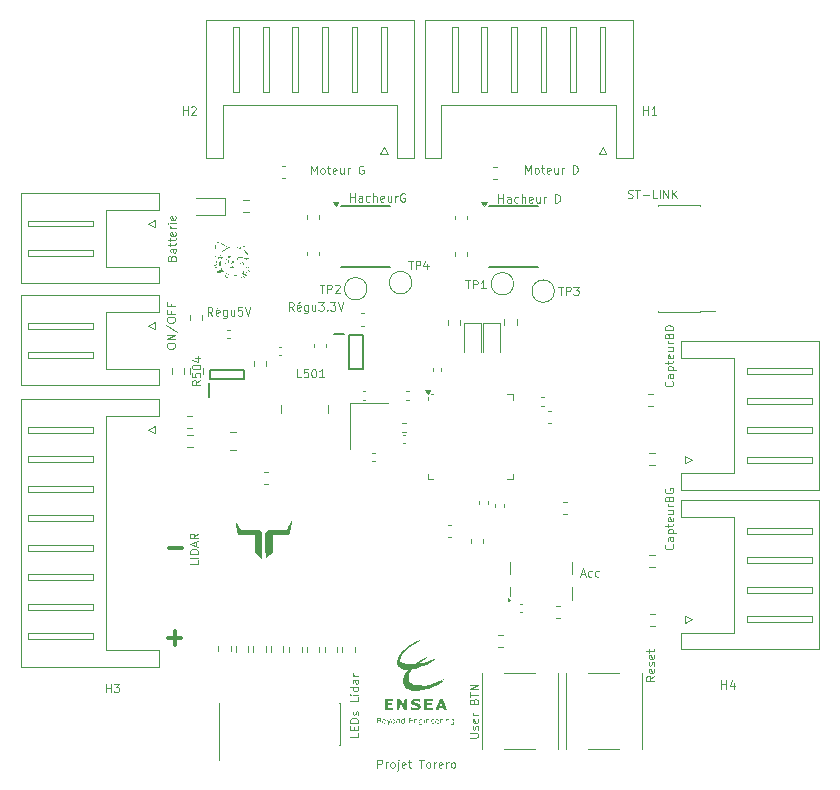
<source format=gto>
%TF.GenerationSoftware,KiCad,Pcbnew,8.0.5*%
%TF.CreationDate,2024-10-23T11:00:35+02:00*%
%TF.ProjectId,Projet_torero,50726f6a-6574-45f7-946f-7265726f2e6b,rev?*%
%TF.SameCoordinates,Original*%
%TF.FileFunction,Legend,Top*%
%TF.FilePolarity,Positive*%
%FSLAX46Y46*%
G04 Gerber Fmt 4.6, Leading zero omitted, Abs format (unit mm)*
G04 Created by KiCad (PCBNEW 8.0.5) date 2024-10-23 11:00:35*
%MOMM*%
%LPD*%
G01*
G04 APERTURE LIST*
%ADD10C,0.100000*%
%ADD11C,0.300000*%
%ADD12C,0.120000*%
%ADD13C,0.200000*%
%ADD14C,0.000000*%
%ADD15C,0.150000*%
G04 APERTURE END LIST*
D10*
X163332455Y-106534133D02*
X163332455Y-105834133D01*
X163332455Y-105834133D02*
X163599122Y-105834133D01*
X163599122Y-105834133D02*
X163665789Y-105867466D01*
X163665789Y-105867466D02*
X163699122Y-105900800D01*
X163699122Y-105900800D02*
X163732455Y-105967466D01*
X163732455Y-105967466D02*
X163732455Y-106067466D01*
X163732455Y-106067466D02*
X163699122Y-106134133D01*
X163699122Y-106134133D02*
X163665789Y-106167466D01*
X163665789Y-106167466D02*
X163599122Y-106200800D01*
X163599122Y-106200800D02*
X163332455Y-106200800D01*
X164032455Y-106534133D02*
X164032455Y-106067466D01*
X164032455Y-106200800D02*
X164065789Y-106134133D01*
X164065789Y-106134133D02*
X164099122Y-106100800D01*
X164099122Y-106100800D02*
X164165789Y-106067466D01*
X164165789Y-106067466D02*
X164232455Y-106067466D01*
X164565788Y-106534133D02*
X164499122Y-106500800D01*
X164499122Y-106500800D02*
X164465788Y-106467466D01*
X164465788Y-106467466D02*
X164432455Y-106400800D01*
X164432455Y-106400800D02*
X164432455Y-106200800D01*
X164432455Y-106200800D02*
X164465788Y-106134133D01*
X164465788Y-106134133D02*
X164499122Y-106100800D01*
X164499122Y-106100800D02*
X164565788Y-106067466D01*
X164565788Y-106067466D02*
X164665788Y-106067466D01*
X164665788Y-106067466D02*
X164732455Y-106100800D01*
X164732455Y-106100800D02*
X164765788Y-106134133D01*
X164765788Y-106134133D02*
X164799122Y-106200800D01*
X164799122Y-106200800D02*
X164799122Y-106400800D01*
X164799122Y-106400800D02*
X164765788Y-106467466D01*
X164765788Y-106467466D02*
X164732455Y-106500800D01*
X164732455Y-106500800D02*
X164665788Y-106534133D01*
X164665788Y-106534133D02*
X164565788Y-106534133D01*
X165099121Y-106067466D02*
X165099121Y-106667466D01*
X165099121Y-106667466D02*
X165065788Y-106734133D01*
X165065788Y-106734133D02*
X164999121Y-106767466D01*
X164999121Y-106767466D02*
X164965788Y-106767466D01*
X165099121Y-105834133D02*
X165065788Y-105867466D01*
X165065788Y-105867466D02*
X165099121Y-105900800D01*
X165099121Y-105900800D02*
X165132455Y-105867466D01*
X165132455Y-105867466D02*
X165099121Y-105834133D01*
X165099121Y-105834133D02*
X165099121Y-105900800D01*
X165699121Y-106500800D02*
X165632454Y-106534133D01*
X165632454Y-106534133D02*
X165499121Y-106534133D01*
X165499121Y-106534133D02*
X165432454Y-106500800D01*
X165432454Y-106500800D02*
X165399121Y-106434133D01*
X165399121Y-106434133D02*
X165399121Y-106167466D01*
X165399121Y-106167466D02*
X165432454Y-106100800D01*
X165432454Y-106100800D02*
X165499121Y-106067466D01*
X165499121Y-106067466D02*
X165632454Y-106067466D01*
X165632454Y-106067466D02*
X165699121Y-106100800D01*
X165699121Y-106100800D02*
X165732454Y-106167466D01*
X165732454Y-106167466D02*
X165732454Y-106234133D01*
X165732454Y-106234133D02*
X165399121Y-106300800D01*
X165932454Y-106067466D02*
X166199121Y-106067466D01*
X166032454Y-105834133D02*
X166032454Y-106434133D01*
X166032454Y-106434133D02*
X166065788Y-106500800D01*
X166065788Y-106500800D02*
X166132454Y-106534133D01*
X166132454Y-106534133D02*
X166199121Y-106534133D01*
X166865787Y-105834133D02*
X167265787Y-105834133D01*
X167065787Y-106534133D02*
X167065787Y-105834133D01*
X167599120Y-106534133D02*
X167532454Y-106500800D01*
X167532454Y-106500800D02*
X167499120Y-106467466D01*
X167499120Y-106467466D02*
X167465787Y-106400800D01*
X167465787Y-106400800D02*
X167465787Y-106200800D01*
X167465787Y-106200800D02*
X167499120Y-106134133D01*
X167499120Y-106134133D02*
X167532454Y-106100800D01*
X167532454Y-106100800D02*
X167599120Y-106067466D01*
X167599120Y-106067466D02*
X167699120Y-106067466D01*
X167699120Y-106067466D02*
X167765787Y-106100800D01*
X167765787Y-106100800D02*
X167799120Y-106134133D01*
X167799120Y-106134133D02*
X167832454Y-106200800D01*
X167832454Y-106200800D02*
X167832454Y-106400800D01*
X167832454Y-106400800D02*
X167799120Y-106467466D01*
X167799120Y-106467466D02*
X167765787Y-106500800D01*
X167765787Y-106500800D02*
X167699120Y-106534133D01*
X167699120Y-106534133D02*
X167599120Y-106534133D01*
X168132453Y-106534133D02*
X168132453Y-106067466D01*
X168132453Y-106200800D02*
X168165787Y-106134133D01*
X168165787Y-106134133D02*
X168199120Y-106100800D01*
X168199120Y-106100800D02*
X168265787Y-106067466D01*
X168265787Y-106067466D02*
X168332453Y-106067466D01*
X168832453Y-106500800D02*
X168765786Y-106534133D01*
X168765786Y-106534133D02*
X168632453Y-106534133D01*
X168632453Y-106534133D02*
X168565786Y-106500800D01*
X168565786Y-106500800D02*
X168532453Y-106434133D01*
X168532453Y-106434133D02*
X168532453Y-106167466D01*
X168532453Y-106167466D02*
X168565786Y-106100800D01*
X168565786Y-106100800D02*
X168632453Y-106067466D01*
X168632453Y-106067466D02*
X168765786Y-106067466D01*
X168765786Y-106067466D02*
X168832453Y-106100800D01*
X168832453Y-106100800D02*
X168865786Y-106167466D01*
X168865786Y-106167466D02*
X168865786Y-106234133D01*
X168865786Y-106234133D02*
X168532453Y-106300800D01*
X169165786Y-106534133D02*
X169165786Y-106067466D01*
X169165786Y-106200800D02*
X169199120Y-106134133D01*
X169199120Y-106134133D02*
X169232453Y-106100800D01*
X169232453Y-106100800D02*
X169299120Y-106067466D01*
X169299120Y-106067466D02*
X169365786Y-106067466D01*
X169699119Y-106534133D02*
X169632453Y-106500800D01*
X169632453Y-106500800D02*
X169599119Y-106467466D01*
X169599119Y-106467466D02*
X169565786Y-106400800D01*
X169565786Y-106400800D02*
X169565786Y-106200800D01*
X169565786Y-106200800D02*
X169599119Y-106134133D01*
X169599119Y-106134133D02*
X169632453Y-106100800D01*
X169632453Y-106100800D02*
X169699119Y-106067466D01*
X169699119Y-106067466D02*
X169799119Y-106067466D01*
X169799119Y-106067466D02*
X169865786Y-106100800D01*
X169865786Y-106100800D02*
X169899119Y-106134133D01*
X169899119Y-106134133D02*
X169932453Y-106200800D01*
X169932453Y-106200800D02*
X169932453Y-106400800D01*
X169932453Y-106400800D02*
X169899119Y-106467466D01*
X169899119Y-106467466D02*
X169865786Y-106500800D01*
X169865786Y-106500800D02*
X169799119Y-106534133D01*
X169799119Y-106534133D02*
X169699119Y-106534133D01*
D11*
X145604510Y-95554400D02*
X146747368Y-95554400D01*
X146175939Y-96125828D02*
X146175939Y-94982971D01*
X145654510Y-87929400D02*
X146797368Y-87929400D01*
D10*
X171159133Y-103992544D02*
X171725800Y-103992544D01*
X171725800Y-103992544D02*
X171792466Y-103959211D01*
X171792466Y-103959211D02*
X171825800Y-103925877D01*
X171825800Y-103925877D02*
X171859133Y-103859211D01*
X171859133Y-103859211D02*
X171859133Y-103725877D01*
X171859133Y-103725877D02*
X171825800Y-103659211D01*
X171825800Y-103659211D02*
X171792466Y-103625877D01*
X171792466Y-103625877D02*
X171725800Y-103592544D01*
X171725800Y-103592544D02*
X171159133Y-103592544D01*
X171825800Y-103292544D02*
X171859133Y-103225878D01*
X171859133Y-103225878D02*
X171859133Y-103092544D01*
X171859133Y-103092544D02*
X171825800Y-103025878D01*
X171825800Y-103025878D02*
X171759133Y-102992544D01*
X171759133Y-102992544D02*
X171725800Y-102992544D01*
X171725800Y-102992544D02*
X171659133Y-103025878D01*
X171659133Y-103025878D02*
X171625800Y-103092544D01*
X171625800Y-103092544D02*
X171625800Y-103192544D01*
X171625800Y-103192544D02*
X171592466Y-103259211D01*
X171592466Y-103259211D02*
X171525800Y-103292544D01*
X171525800Y-103292544D02*
X171492466Y-103292544D01*
X171492466Y-103292544D02*
X171425800Y-103259211D01*
X171425800Y-103259211D02*
X171392466Y-103192544D01*
X171392466Y-103192544D02*
X171392466Y-103092544D01*
X171392466Y-103092544D02*
X171425800Y-103025878D01*
X171825800Y-102425877D02*
X171859133Y-102492544D01*
X171859133Y-102492544D02*
X171859133Y-102625877D01*
X171859133Y-102625877D02*
X171825800Y-102692544D01*
X171825800Y-102692544D02*
X171759133Y-102725877D01*
X171759133Y-102725877D02*
X171492466Y-102725877D01*
X171492466Y-102725877D02*
X171425800Y-102692544D01*
X171425800Y-102692544D02*
X171392466Y-102625877D01*
X171392466Y-102625877D02*
X171392466Y-102492544D01*
X171392466Y-102492544D02*
X171425800Y-102425877D01*
X171425800Y-102425877D02*
X171492466Y-102392544D01*
X171492466Y-102392544D02*
X171559133Y-102392544D01*
X171559133Y-102392544D02*
X171625800Y-102725877D01*
X171859133Y-102092544D02*
X171392466Y-102092544D01*
X171525800Y-102092544D02*
X171459133Y-102059211D01*
X171459133Y-102059211D02*
X171425800Y-102025877D01*
X171425800Y-102025877D02*
X171392466Y-101959211D01*
X171392466Y-101959211D02*
X171392466Y-101892544D01*
X171492466Y-100892545D02*
X171525800Y-100792545D01*
X171525800Y-100792545D02*
X171559133Y-100759211D01*
X171559133Y-100759211D02*
X171625800Y-100725878D01*
X171625800Y-100725878D02*
X171725800Y-100725878D01*
X171725800Y-100725878D02*
X171792466Y-100759211D01*
X171792466Y-100759211D02*
X171825800Y-100792545D01*
X171825800Y-100792545D02*
X171859133Y-100859211D01*
X171859133Y-100859211D02*
X171859133Y-101125878D01*
X171859133Y-101125878D02*
X171159133Y-101125878D01*
X171159133Y-101125878D02*
X171159133Y-100892545D01*
X171159133Y-100892545D02*
X171192466Y-100825878D01*
X171192466Y-100825878D02*
X171225800Y-100792545D01*
X171225800Y-100792545D02*
X171292466Y-100759211D01*
X171292466Y-100759211D02*
X171359133Y-100759211D01*
X171359133Y-100759211D02*
X171425800Y-100792545D01*
X171425800Y-100792545D02*
X171459133Y-100825878D01*
X171459133Y-100825878D02*
X171492466Y-100892545D01*
X171492466Y-100892545D02*
X171492466Y-101125878D01*
X171159133Y-100525878D02*
X171159133Y-100125878D01*
X171859133Y-100325878D02*
X171159133Y-100325878D01*
X171859133Y-99892545D02*
X171159133Y-99892545D01*
X171159133Y-99892545D02*
X171859133Y-99492545D01*
X171859133Y-99492545D02*
X171159133Y-99492545D01*
X170791666Y-65243633D02*
X171191666Y-65243633D01*
X170991666Y-65943633D02*
X170991666Y-65243633D01*
X171424999Y-65943633D02*
X171424999Y-65243633D01*
X171424999Y-65243633D02*
X171691666Y-65243633D01*
X171691666Y-65243633D02*
X171758333Y-65276966D01*
X171758333Y-65276966D02*
X171791666Y-65310300D01*
X171791666Y-65310300D02*
X171824999Y-65376966D01*
X171824999Y-65376966D02*
X171824999Y-65476966D01*
X171824999Y-65476966D02*
X171791666Y-65543633D01*
X171791666Y-65543633D02*
X171758333Y-65576966D01*
X171758333Y-65576966D02*
X171691666Y-65610300D01*
X171691666Y-65610300D02*
X171424999Y-65610300D01*
X172491666Y-65943633D02*
X172091666Y-65943633D01*
X172291666Y-65943633D02*
X172291666Y-65243633D01*
X172291666Y-65243633D02*
X172224999Y-65343633D01*
X172224999Y-65343633D02*
X172158333Y-65410300D01*
X172158333Y-65410300D02*
X172091666Y-65443633D01*
X175875000Y-56218633D02*
X175875000Y-55518633D01*
X175875000Y-55518633D02*
X176108334Y-56018633D01*
X176108334Y-56018633D02*
X176341667Y-55518633D01*
X176341667Y-55518633D02*
X176341667Y-56218633D01*
X176775000Y-56218633D02*
X176708334Y-56185300D01*
X176708334Y-56185300D02*
X176675000Y-56151966D01*
X176675000Y-56151966D02*
X176641667Y-56085300D01*
X176641667Y-56085300D02*
X176641667Y-55885300D01*
X176641667Y-55885300D02*
X176675000Y-55818633D01*
X176675000Y-55818633D02*
X176708334Y-55785300D01*
X176708334Y-55785300D02*
X176775000Y-55751966D01*
X176775000Y-55751966D02*
X176875000Y-55751966D01*
X176875000Y-55751966D02*
X176941667Y-55785300D01*
X176941667Y-55785300D02*
X176975000Y-55818633D01*
X176975000Y-55818633D02*
X177008334Y-55885300D01*
X177008334Y-55885300D02*
X177008334Y-56085300D01*
X177008334Y-56085300D02*
X176975000Y-56151966D01*
X176975000Y-56151966D02*
X176941667Y-56185300D01*
X176941667Y-56185300D02*
X176875000Y-56218633D01*
X176875000Y-56218633D02*
X176775000Y-56218633D01*
X177208333Y-55751966D02*
X177475000Y-55751966D01*
X177308333Y-55518633D02*
X177308333Y-56118633D01*
X177308333Y-56118633D02*
X177341667Y-56185300D01*
X177341667Y-56185300D02*
X177408333Y-56218633D01*
X177408333Y-56218633D02*
X177475000Y-56218633D01*
X177975000Y-56185300D02*
X177908333Y-56218633D01*
X177908333Y-56218633D02*
X177775000Y-56218633D01*
X177775000Y-56218633D02*
X177708333Y-56185300D01*
X177708333Y-56185300D02*
X177675000Y-56118633D01*
X177675000Y-56118633D02*
X177675000Y-55851966D01*
X177675000Y-55851966D02*
X177708333Y-55785300D01*
X177708333Y-55785300D02*
X177775000Y-55751966D01*
X177775000Y-55751966D02*
X177908333Y-55751966D01*
X177908333Y-55751966D02*
X177975000Y-55785300D01*
X177975000Y-55785300D02*
X178008333Y-55851966D01*
X178008333Y-55851966D02*
X178008333Y-55918633D01*
X178008333Y-55918633D02*
X177675000Y-55985300D01*
X178608333Y-55751966D02*
X178608333Y-56218633D01*
X178308333Y-55751966D02*
X178308333Y-56118633D01*
X178308333Y-56118633D02*
X178341667Y-56185300D01*
X178341667Y-56185300D02*
X178408333Y-56218633D01*
X178408333Y-56218633D02*
X178508333Y-56218633D01*
X178508333Y-56218633D02*
X178575000Y-56185300D01*
X178575000Y-56185300D02*
X178608333Y-56151966D01*
X178941666Y-56218633D02*
X178941666Y-55751966D01*
X178941666Y-55885300D02*
X178975000Y-55818633D01*
X178975000Y-55818633D02*
X179008333Y-55785300D01*
X179008333Y-55785300D02*
X179075000Y-55751966D01*
X179075000Y-55751966D02*
X179141666Y-55751966D01*
X179908332Y-56218633D02*
X179908332Y-55518633D01*
X179908332Y-55518633D02*
X180074999Y-55518633D01*
X180074999Y-55518633D02*
X180174999Y-55551966D01*
X180174999Y-55551966D02*
X180241666Y-55618633D01*
X180241666Y-55618633D02*
X180274999Y-55685300D01*
X180274999Y-55685300D02*
X180308332Y-55818633D01*
X180308332Y-55818633D02*
X180308332Y-55918633D01*
X180308332Y-55918633D02*
X180274999Y-56051966D01*
X180274999Y-56051966D02*
X180241666Y-56118633D01*
X180241666Y-56118633D02*
X180174999Y-56185300D01*
X180174999Y-56185300D02*
X180074999Y-56218633D01*
X180074999Y-56218633D02*
X179908332Y-56218633D01*
X186793633Y-98741666D02*
X186460300Y-98974999D01*
X186793633Y-99141666D02*
X186093633Y-99141666D01*
X186093633Y-99141666D02*
X186093633Y-98874999D01*
X186093633Y-98874999D02*
X186126966Y-98808333D01*
X186126966Y-98808333D02*
X186160300Y-98774999D01*
X186160300Y-98774999D02*
X186226966Y-98741666D01*
X186226966Y-98741666D02*
X186326966Y-98741666D01*
X186326966Y-98741666D02*
X186393633Y-98774999D01*
X186393633Y-98774999D02*
X186426966Y-98808333D01*
X186426966Y-98808333D02*
X186460300Y-98874999D01*
X186460300Y-98874999D02*
X186460300Y-99141666D01*
X186760300Y-98174999D02*
X186793633Y-98241666D01*
X186793633Y-98241666D02*
X186793633Y-98374999D01*
X186793633Y-98374999D02*
X186760300Y-98441666D01*
X186760300Y-98441666D02*
X186693633Y-98474999D01*
X186693633Y-98474999D02*
X186426966Y-98474999D01*
X186426966Y-98474999D02*
X186360300Y-98441666D01*
X186360300Y-98441666D02*
X186326966Y-98374999D01*
X186326966Y-98374999D02*
X186326966Y-98241666D01*
X186326966Y-98241666D02*
X186360300Y-98174999D01*
X186360300Y-98174999D02*
X186426966Y-98141666D01*
X186426966Y-98141666D02*
X186493633Y-98141666D01*
X186493633Y-98141666D02*
X186560300Y-98474999D01*
X186760300Y-97874999D02*
X186793633Y-97808333D01*
X186793633Y-97808333D02*
X186793633Y-97674999D01*
X186793633Y-97674999D02*
X186760300Y-97608333D01*
X186760300Y-97608333D02*
X186693633Y-97574999D01*
X186693633Y-97574999D02*
X186660300Y-97574999D01*
X186660300Y-97574999D02*
X186593633Y-97608333D01*
X186593633Y-97608333D02*
X186560300Y-97674999D01*
X186560300Y-97674999D02*
X186560300Y-97774999D01*
X186560300Y-97774999D02*
X186526966Y-97841666D01*
X186526966Y-97841666D02*
X186460300Y-97874999D01*
X186460300Y-97874999D02*
X186426966Y-97874999D01*
X186426966Y-97874999D02*
X186360300Y-97841666D01*
X186360300Y-97841666D02*
X186326966Y-97774999D01*
X186326966Y-97774999D02*
X186326966Y-97674999D01*
X186326966Y-97674999D02*
X186360300Y-97608333D01*
X186760300Y-97008332D02*
X186793633Y-97074999D01*
X186793633Y-97074999D02*
X186793633Y-97208332D01*
X186793633Y-97208332D02*
X186760300Y-97274999D01*
X186760300Y-97274999D02*
X186693633Y-97308332D01*
X186693633Y-97308332D02*
X186426966Y-97308332D01*
X186426966Y-97308332D02*
X186360300Y-97274999D01*
X186360300Y-97274999D02*
X186326966Y-97208332D01*
X186326966Y-97208332D02*
X186326966Y-97074999D01*
X186326966Y-97074999D02*
X186360300Y-97008332D01*
X186360300Y-97008332D02*
X186426966Y-96974999D01*
X186426966Y-96974999D02*
X186493633Y-96974999D01*
X186493633Y-96974999D02*
X186560300Y-97308332D01*
X186326966Y-96774999D02*
X186326966Y-96508332D01*
X186093633Y-96674999D02*
X186693633Y-96674999D01*
X186693633Y-96674999D02*
X186760300Y-96641666D01*
X186760300Y-96641666D02*
X186793633Y-96574999D01*
X186793633Y-96574999D02*
X186793633Y-96508332D01*
X188301966Y-73799999D02*
X188335300Y-73833332D01*
X188335300Y-73833332D02*
X188368633Y-73933332D01*
X188368633Y-73933332D02*
X188368633Y-73999999D01*
X188368633Y-73999999D02*
X188335300Y-74099999D01*
X188335300Y-74099999D02*
X188268633Y-74166666D01*
X188268633Y-74166666D02*
X188201966Y-74199999D01*
X188201966Y-74199999D02*
X188068633Y-74233332D01*
X188068633Y-74233332D02*
X187968633Y-74233332D01*
X187968633Y-74233332D02*
X187835300Y-74199999D01*
X187835300Y-74199999D02*
X187768633Y-74166666D01*
X187768633Y-74166666D02*
X187701966Y-74099999D01*
X187701966Y-74099999D02*
X187668633Y-73999999D01*
X187668633Y-73999999D02*
X187668633Y-73933332D01*
X187668633Y-73933332D02*
X187701966Y-73833332D01*
X187701966Y-73833332D02*
X187735300Y-73799999D01*
X188368633Y-73199999D02*
X188001966Y-73199999D01*
X188001966Y-73199999D02*
X187935300Y-73233332D01*
X187935300Y-73233332D02*
X187901966Y-73299999D01*
X187901966Y-73299999D02*
X187901966Y-73433332D01*
X187901966Y-73433332D02*
X187935300Y-73499999D01*
X188335300Y-73199999D02*
X188368633Y-73266666D01*
X188368633Y-73266666D02*
X188368633Y-73433332D01*
X188368633Y-73433332D02*
X188335300Y-73499999D01*
X188335300Y-73499999D02*
X188268633Y-73533332D01*
X188268633Y-73533332D02*
X188201966Y-73533332D01*
X188201966Y-73533332D02*
X188135300Y-73499999D01*
X188135300Y-73499999D02*
X188101966Y-73433332D01*
X188101966Y-73433332D02*
X188101966Y-73266666D01*
X188101966Y-73266666D02*
X188068633Y-73199999D01*
X187901966Y-72866666D02*
X188601966Y-72866666D01*
X187935300Y-72866666D02*
X187901966Y-72799999D01*
X187901966Y-72799999D02*
X187901966Y-72666666D01*
X187901966Y-72666666D02*
X187935300Y-72599999D01*
X187935300Y-72599999D02*
X187968633Y-72566666D01*
X187968633Y-72566666D02*
X188035300Y-72533333D01*
X188035300Y-72533333D02*
X188235300Y-72533333D01*
X188235300Y-72533333D02*
X188301966Y-72566666D01*
X188301966Y-72566666D02*
X188335300Y-72599999D01*
X188335300Y-72599999D02*
X188368633Y-72666666D01*
X188368633Y-72666666D02*
X188368633Y-72799999D01*
X188368633Y-72799999D02*
X188335300Y-72866666D01*
X187901966Y-72333333D02*
X187901966Y-72066666D01*
X187668633Y-72233333D02*
X188268633Y-72233333D01*
X188268633Y-72233333D02*
X188335300Y-72200000D01*
X188335300Y-72200000D02*
X188368633Y-72133333D01*
X188368633Y-72133333D02*
X188368633Y-72066666D01*
X188335300Y-71566666D02*
X188368633Y-71633333D01*
X188368633Y-71633333D02*
X188368633Y-71766666D01*
X188368633Y-71766666D02*
X188335300Y-71833333D01*
X188335300Y-71833333D02*
X188268633Y-71866666D01*
X188268633Y-71866666D02*
X188001966Y-71866666D01*
X188001966Y-71866666D02*
X187935300Y-71833333D01*
X187935300Y-71833333D02*
X187901966Y-71766666D01*
X187901966Y-71766666D02*
X187901966Y-71633333D01*
X187901966Y-71633333D02*
X187935300Y-71566666D01*
X187935300Y-71566666D02*
X188001966Y-71533333D01*
X188001966Y-71533333D02*
X188068633Y-71533333D01*
X188068633Y-71533333D02*
X188135300Y-71866666D01*
X187901966Y-70933333D02*
X188368633Y-70933333D01*
X187901966Y-71233333D02*
X188268633Y-71233333D01*
X188268633Y-71233333D02*
X188335300Y-71200000D01*
X188335300Y-71200000D02*
X188368633Y-71133333D01*
X188368633Y-71133333D02*
X188368633Y-71033333D01*
X188368633Y-71033333D02*
X188335300Y-70966666D01*
X188335300Y-70966666D02*
X188301966Y-70933333D01*
X188368633Y-70600000D02*
X187901966Y-70600000D01*
X188035300Y-70600000D02*
X187968633Y-70566667D01*
X187968633Y-70566667D02*
X187935300Y-70533333D01*
X187935300Y-70533333D02*
X187901966Y-70466667D01*
X187901966Y-70466667D02*
X187901966Y-70400000D01*
X188001966Y-69933334D02*
X188035300Y-69833334D01*
X188035300Y-69833334D02*
X188068633Y-69800000D01*
X188068633Y-69800000D02*
X188135300Y-69766667D01*
X188135300Y-69766667D02*
X188235300Y-69766667D01*
X188235300Y-69766667D02*
X188301966Y-69800000D01*
X188301966Y-69800000D02*
X188335300Y-69833334D01*
X188335300Y-69833334D02*
X188368633Y-69900000D01*
X188368633Y-69900000D02*
X188368633Y-70166667D01*
X188368633Y-70166667D02*
X187668633Y-70166667D01*
X187668633Y-70166667D02*
X187668633Y-69933334D01*
X187668633Y-69933334D02*
X187701966Y-69866667D01*
X187701966Y-69866667D02*
X187735300Y-69833334D01*
X187735300Y-69833334D02*
X187801966Y-69800000D01*
X187801966Y-69800000D02*
X187868633Y-69800000D01*
X187868633Y-69800000D02*
X187935300Y-69833334D01*
X187935300Y-69833334D02*
X187968633Y-69866667D01*
X187968633Y-69866667D02*
X188001966Y-69933334D01*
X188001966Y-69933334D02*
X188001966Y-70166667D01*
X188368633Y-69466667D02*
X187668633Y-69466667D01*
X187668633Y-69466667D02*
X187668633Y-69300000D01*
X187668633Y-69300000D02*
X187701966Y-69200000D01*
X187701966Y-69200000D02*
X187768633Y-69133334D01*
X187768633Y-69133334D02*
X187835300Y-69100000D01*
X187835300Y-69100000D02*
X187968633Y-69066667D01*
X187968633Y-69066667D02*
X188068633Y-69066667D01*
X188068633Y-69066667D02*
X188201966Y-69100000D01*
X188201966Y-69100000D02*
X188268633Y-69133334D01*
X188268633Y-69133334D02*
X188335300Y-69200000D01*
X188335300Y-69200000D02*
X188368633Y-69300000D01*
X188368633Y-69300000D02*
X188368633Y-69466667D01*
X156250000Y-67818633D02*
X156016667Y-67485300D01*
X155850000Y-67818633D02*
X155850000Y-67118633D01*
X155850000Y-67118633D02*
X156116667Y-67118633D01*
X156116667Y-67118633D02*
X156183334Y-67151966D01*
X156183334Y-67151966D02*
X156216667Y-67185300D01*
X156216667Y-67185300D02*
X156250000Y-67251966D01*
X156250000Y-67251966D02*
X156250000Y-67351966D01*
X156250000Y-67351966D02*
X156216667Y-67418633D01*
X156216667Y-67418633D02*
X156183334Y-67451966D01*
X156183334Y-67451966D02*
X156116667Y-67485300D01*
X156116667Y-67485300D02*
X155850000Y-67485300D01*
X156816667Y-67785300D02*
X156750000Y-67818633D01*
X156750000Y-67818633D02*
X156616667Y-67818633D01*
X156616667Y-67818633D02*
X156550000Y-67785300D01*
X156550000Y-67785300D02*
X156516667Y-67718633D01*
X156516667Y-67718633D02*
X156516667Y-67451966D01*
X156516667Y-67451966D02*
X156550000Y-67385300D01*
X156550000Y-67385300D02*
X156616667Y-67351966D01*
X156616667Y-67351966D02*
X156750000Y-67351966D01*
X156750000Y-67351966D02*
X156816667Y-67385300D01*
X156816667Y-67385300D02*
X156850000Y-67451966D01*
X156850000Y-67451966D02*
X156850000Y-67518633D01*
X156850000Y-67518633D02*
X156516667Y-67585300D01*
X156750000Y-67085300D02*
X156650000Y-67185300D01*
X157450000Y-67351966D02*
X157450000Y-67918633D01*
X157450000Y-67918633D02*
X157416667Y-67985300D01*
X157416667Y-67985300D02*
X157383334Y-68018633D01*
X157383334Y-68018633D02*
X157316667Y-68051966D01*
X157316667Y-68051966D02*
X157216667Y-68051966D01*
X157216667Y-68051966D02*
X157150000Y-68018633D01*
X157450000Y-67785300D02*
X157383334Y-67818633D01*
X157383334Y-67818633D02*
X157250000Y-67818633D01*
X157250000Y-67818633D02*
X157183334Y-67785300D01*
X157183334Y-67785300D02*
X157150000Y-67751966D01*
X157150000Y-67751966D02*
X157116667Y-67685300D01*
X157116667Y-67685300D02*
X157116667Y-67485300D01*
X157116667Y-67485300D02*
X157150000Y-67418633D01*
X157150000Y-67418633D02*
X157183334Y-67385300D01*
X157183334Y-67385300D02*
X157250000Y-67351966D01*
X157250000Y-67351966D02*
X157383334Y-67351966D01*
X157383334Y-67351966D02*
X157450000Y-67385300D01*
X158083333Y-67351966D02*
X158083333Y-67818633D01*
X157783333Y-67351966D02*
X157783333Y-67718633D01*
X157783333Y-67718633D02*
X157816667Y-67785300D01*
X157816667Y-67785300D02*
X157883333Y-67818633D01*
X157883333Y-67818633D02*
X157983333Y-67818633D01*
X157983333Y-67818633D02*
X158050000Y-67785300D01*
X158050000Y-67785300D02*
X158083333Y-67751966D01*
X158350000Y-67118633D02*
X158783333Y-67118633D01*
X158783333Y-67118633D02*
X158550000Y-67385300D01*
X158550000Y-67385300D02*
X158650000Y-67385300D01*
X158650000Y-67385300D02*
X158716666Y-67418633D01*
X158716666Y-67418633D02*
X158750000Y-67451966D01*
X158750000Y-67451966D02*
X158783333Y-67518633D01*
X158783333Y-67518633D02*
X158783333Y-67685300D01*
X158783333Y-67685300D02*
X158750000Y-67751966D01*
X158750000Y-67751966D02*
X158716666Y-67785300D01*
X158716666Y-67785300D02*
X158650000Y-67818633D01*
X158650000Y-67818633D02*
X158450000Y-67818633D01*
X158450000Y-67818633D02*
X158383333Y-67785300D01*
X158383333Y-67785300D02*
X158350000Y-67751966D01*
X159083333Y-67751966D02*
X159116667Y-67785300D01*
X159116667Y-67785300D02*
X159083333Y-67818633D01*
X159083333Y-67818633D02*
X159050000Y-67785300D01*
X159050000Y-67785300D02*
X159083333Y-67751966D01*
X159083333Y-67751966D02*
X159083333Y-67818633D01*
X159350000Y-67118633D02*
X159783333Y-67118633D01*
X159783333Y-67118633D02*
X159550000Y-67385300D01*
X159550000Y-67385300D02*
X159650000Y-67385300D01*
X159650000Y-67385300D02*
X159716666Y-67418633D01*
X159716666Y-67418633D02*
X159750000Y-67451966D01*
X159750000Y-67451966D02*
X159783333Y-67518633D01*
X159783333Y-67518633D02*
X159783333Y-67685300D01*
X159783333Y-67685300D02*
X159750000Y-67751966D01*
X159750000Y-67751966D02*
X159716666Y-67785300D01*
X159716666Y-67785300D02*
X159650000Y-67818633D01*
X159650000Y-67818633D02*
X159450000Y-67818633D01*
X159450000Y-67818633D02*
X159383333Y-67785300D01*
X159383333Y-67785300D02*
X159350000Y-67751966D01*
X159983333Y-67118633D02*
X160216667Y-67818633D01*
X160216667Y-67818633D02*
X160450000Y-67118633D01*
X165941666Y-63618633D02*
X166341666Y-63618633D01*
X166141666Y-64318633D02*
X166141666Y-63618633D01*
X166574999Y-64318633D02*
X166574999Y-63618633D01*
X166574999Y-63618633D02*
X166841666Y-63618633D01*
X166841666Y-63618633D02*
X166908333Y-63651966D01*
X166908333Y-63651966D02*
X166941666Y-63685300D01*
X166941666Y-63685300D02*
X166974999Y-63751966D01*
X166974999Y-63751966D02*
X166974999Y-63851966D01*
X166974999Y-63851966D02*
X166941666Y-63918633D01*
X166941666Y-63918633D02*
X166908333Y-63951966D01*
X166908333Y-63951966D02*
X166841666Y-63985300D01*
X166841666Y-63985300D02*
X166574999Y-63985300D01*
X167574999Y-63851966D02*
X167574999Y-64318633D01*
X167408333Y-63585300D02*
X167241666Y-64085300D01*
X167241666Y-64085300D02*
X167674999Y-64085300D01*
X145493633Y-70866666D02*
X145493633Y-70733332D01*
X145493633Y-70733332D02*
X145526966Y-70666666D01*
X145526966Y-70666666D02*
X145593633Y-70599999D01*
X145593633Y-70599999D02*
X145726966Y-70566666D01*
X145726966Y-70566666D02*
X145960300Y-70566666D01*
X145960300Y-70566666D02*
X146093633Y-70599999D01*
X146093633Y-70599999D02*
X146160300Y-70666666D01*
X146160300Y-70666666D02*
X146193633Y-70733332D01*
X146193633Y-70733332D02*
X146193633Y-70866666D01*
X146193633Y-70866666D02*
X146160300Y-70933332D01*
X146160300Y-70933332D02*
X146093633Y-70999999D01*
X146093633Y-70999999D02*
X145960300Y-71033332D01*
X145960300Y-71033332D02*
X145726966Y-71033332D01*
X145726966Y-71033332D02*
X145593633Y-70999999D01*
X145593633Y-70999999D02*
X145526966Y-70933332D01*
X145526966Y-70933332D02*
X145493633Y-70866666D01*
X146193633Y-70266666D02*
X145493633Y-70266666D01*
X145493633Y-70266666D02*
X146193633Y-69866666D01*
X146193633Y-69866666D02*
X145493633Y-69866666D01*
X145460300Y-69033333D02*
X146360300Y-69633333D01*
X145493633Y-68666667D02*
X145493633Y-68533333D01*
X145493633Y-68533333D02*
X145526966Y-68466667D01*
X145526966Y-68466667D02*
X145593633Y-68400000D01*
X145593633Y-68400000D02*
X145726966Y-68366667D01*
X145726966Y-68366667D02*
X145960300Y-68366667D01*
X145960300Y-68366667D02*
X146093633Y-68400000D01*
X146093633Y-68400000D02*
X146160300Y-68466667D01*
X146160300Y-68466667D02*
X146193633Y-68533333D01*
X146193633Y-68533333D02*
X146193633Y-68666667D01*
X146193633Y-68666667D02*
X146160300Y-68733333D01*
X146160300Y-68733333D02*
X146093633Y-68800000D01*
X146093633Y-68800000D02*
X145960300Y-68833333D01*
X145960300Y-68833333D02*
X145726966Y-68833333D01*
X145726966Y-68833333D02*
X145593633Y-68800000D01*
X145593633Y-68800000D02*
X145526966Y-68733333D01*
X145526966Y-68733333D02*
X145493633Y-68666667D01*
X145826966Y-67833334D02*
X145826966Y-68066667D01*
X146193633Y-68066667D02*
X145493633Y-68066667D01*
X145493633Y-68066667D02*
X145493633Y-67733334D01*
X145826966Y-67233334D02*
X145826966Y-67466667D01*
X146193633Y-67466667D02*
X145493633Y-67466667D01*
X145493633Y-67466667D02*
X145493633Y-67133334D01*
X180558333Y-90143633D02*
X180891666Y-90143633D01*
X180491666Y-90343633D02*
X180725000Y-89643633D01*
X180725000Y-89643633D02*
X180958333Y-90343633D01*
X181491666Y-90310300D02*
X181425000Y-90343633D01*
X181425000Y-90343633D02*
X181291666Y-90343633D01*
X181291666Y-90343633D02*
X181225000Y-90310300D01*
X181225000Y-90310300D02*
X181191666Y-90276966D01*
X181191666Y-90276966D02*
X181158333Y-90210300D01*
X181158333Y-90210300D02*
X181158333Y-90010300D01*
X181158333Y-90010300D02*
X181191666Y-89943633D01*
X181191666Y-89943633D02*
X181225000Y-89910300D01*
X181225000Y-89910300D02*
X181291666Y-89876966D01*
X181291666Y-89876966D02*
X181425000Y-89876966D01*
X181425000Y-89876966D02*
X181491666Y-89910300D01*
X182091666Y-90310300D02*
X182025000Y-90343633D01*
X182025000Y-90343633D02*
X181891666Y-90343633D01*
X181891666Y-90343633D02*
X181825000Y-90310300D01*
X181825000Y-90310300D02*
X181791666Y-90276966D01*
X181791666Y-90276966D02*
X181758333Y-90210300D01*
X181758333Y-90210300D02*
X181758333Y-90010300D01*
X181758333Y-90010300D02*
X181791666Y-89943633D01*
X181791666Y-89943633D02*
X181825000Y-89910300D01*
X181825000Y-89910300D02*
X181891666Y-89876966D01*
X181891666Y-89876966D02*
X182025000Y-89876966D01*
X182025000Y-89876966D02*
X182091666Y-89910300D01*
X149375000Y-68243633D02*
X149141667Y-67910300D01*
X148975000Y-68243633D02*
X148975000Y-67543633D01*
X148975000Y-67543633D02*
X149241667Y-67543633D01*
X149241667Y-67543633D02*
X149308334Y-67576966D01*
X149308334Y-67576966D02*
X149341667Y-67610300D01*
X149341667Y-67610300D02*
X149375000Y-67676966D01*
X149375000Y-67676966D02*
X149375000Y-67776966D01*
X149375000Y-67776966D02*
X149341667Y-67843633D01*
X149341667Y-67843633D02*
X149308334Y-67876966D01*
X149308334Y-67876966D02*
X149241667Y-67910300D01*
X149241667Y-67910300D02*
X148975000Y-67910300D01*
X149941667Y-68210300D02*
X149875000Y-68243633D01*
X149875000Y-68243633D02*
X149741667Y-68243633D01*
X149741667Y-68243633D02*
X149675000Y-68210300D01*
X149675000Y-68210300D02*
X149641667Y-68143633D01*
X149641667Y-68143633D02*
X149641667Y-67876966D01*
X149641667Y-67876966D02*
X149675000Y-67810300D01*
X149675000Y-67810300D02*
X149741667Y-67776966D01*
X149741667Y-67776966D02*
X149875000Y-67776966D01*
X149875000Y-67776966D02*
X149941667Y-67810300D01*
X149941667Y-67810300D02*
X149975000Y-67876966D01*
X149975000Y-67876966D02*
X149975000Y-67943633D01*
X149975000Y-67943633D02*
X149641667Y-68010300D01*
X149875000Y-67510300D02*
X149775000Y-67610300D01*
X150575000Y-67776966D02*
X150575000Y-68343633D01*
X150575000Y-68343633D02*
X150541667Y-68410300D01*
X150541667Y-68410300D02*
X150508334Y-68443633D01*
X150508334Y-68443633D02*
X150441667Y-68476966D01*
X150441667Y-68476966D02*
X150341667Y-68476966D01*
X150341667Y-68476966D02*
X150275000Y-68443633D01*
X150575000Y-68210300D02*
X150508334Y-68243633D01*
X150508334Y-68243633D02*
X150375000Y-68243633D01*
X150375000Y-68243633D02*
X150308334Y-68210300D01*
X150308334Y-68210300D02*
X150275000Y-68176966D01*
X150275000Y-68176966D02*
X150241667Y-68110300D01*
X150241667Y-68110300D02*
X150241667Y-67910300D01*
X150241667Y-67910300D02*
X150275000Y-67843633D01*
X150275000Y-67843633D02*
X150308334Y-67810300D01*
X150308334Y-67810300D02*
X150375000Y-67776966D01*
X150375000Y-67776966D02*
X150508334Y-67776966D01*
X150508334Y-67776966D02*
X150575000Y-67810300D01*
X151208333Y-67776966D02*
X151208333Y-68243633D01*
X150908333Y-67776966D02*
X150908333Y-68143633D01*
X150908333Y-68143633D02*
X150941667Y-68210300D01*
X150941667Y-68210300D02*
X151008333Y-68243633D01*
X151008333Y-68243633D02*
X151108333Y-68243633D01*
X151108333Y-68243633D02*
X151175000Y-68210300D01*
X151175000Y-68210300D02*
X151208333Y-68176966D01*
X151875000Y-67543633D02*
X151541666Y-67543633D01*
X151541666Y-67543633D02*
X151508333Y-67876966D01*
X151508333Y-67876966D02*
X151541666Y-67843633D01*
X151541666Y-67843633D02*
X151608333Y-67810300D01*
X151608333Y-67810300D02*
X151775000Y-67810300D01*
X151775000Y-67810300D02*
X151841666Y-67843633D01*
X151841666Y-67843633D02*
X151875000Y-67876966D01*
X151875000Y-67876966D02*
X151908333Y-67943633D01*
X151908333Y-67943633D02*
X151908333Y-68110300D01*
X151908333Y-68110300D02*
X151875000Y-68176966D01*
X151875000Y-68176966D02*
X151841666Y-68210300D01*
X151841666Y-68210300D02*
X151775000Y-68243633D01*
X151775000Y-68243633D02*
X151608333Y-68243633D01*
X151608333Y-68243633D02*
X151541666Y-68210300D01*
X151541666Y-68210300D02*
X151508333Y-68176966D01*
X152108333Y-67543633D02*
X152341667Y-68243633D01*
X152341667Y-68243633D02*
X152575000Y-67543633D01*
X146866666Y-51218633D02*
X146866666Y-50518633D01*
X146866666Y-50851966D02*
X147266666Y-50851966D01*
X147266666Y-51218633D02*
X147266666Y-50518633D01*
X147566666Y-50585300D02*
X147599999Y-50551966D01*
X147599999Y-50551966D02*
X147666666Y-50518633D01*
X147666666Y-50518633D02*
X147833333Y-50518633D01*
X147833333Y-50518633D02*
X147899999Y-50551966D01*
X147899999Y-50551966D02*
X147933333Y-50585300D01*
X147933333Y-50585300D02*
X147966666Y-50651966D01*
X147966666Y-50651966D02*
X147966666Y-50718633D01*
X147966666Y-50718633D02*
X147933333Y-50818633D01*
X147933333Y-50818633D02*
X147533333Y-51218633D01*
X147533333Y-51218633D02*
X147966666Y-51218633D01*
X185866666Y-51218633D02*
X185866666Y-50518633D01*
X185866666Y-50851966D02*
X186266666Y-50851966D01*
X186266666Y-51218633D02*
X186266666Y-50518633D01*
X186966666Y-51218633D02*
X186566666Y-51218633D01*
X186766666Y-51218633D02*
X186766666Y-50518633D01*
X186766666Y-50518633D02*
X186699999Y-50618633D01*
X186699999Y-50618633D02*
X186633333Y-50685300D01*
X186633333Y-50685300D02*
X186566666Y-50718633D01*
X145901966Y-63349999D02*
X145935300Y-63249999D01*
X145935300Y-63249999D02*
X145968633Y-63216665D01*
X145968633Y-63216665D02*
X146035300Y-63183332D01*
X146035300Y-63183332D02*
X146135300Y-63183332D01*
X146135300Y-63183332D02*
X146201966Y-63216665D01*
X146201966Y-63216665D02*
X146235300Y-63249999D01*
X146235300Y-63249999D02*
X146268633Y-63316665D01*
X146268633Y-63316665D02*
X146268633Y-63583332D01*
X146268633Y-63583332D02*
X145568633Y-63583332D01*
X145568633Y-63583332D02*
X145568633Y-63349999D01*
X145568633Y-63349999D02*
X145601966Y-63283332D01*
X145601966Y-63283332D02*
X145635300Y-63249999D01*
X145635300Y-63249999D02*
X145701966Y-63216665D01*
X145701966Y-63216665D02*
X145768633Y-63216665D01*
X145768633Y-63216665D02*
X145835300Y-63249999D01*
X145835300Y-63249999D02*
X145868633Y-63283332D01*
X145868633Y-63283332D02*
X145901966Y-63349999D01*
X145901966Y-63349999D02*
X145901966Y-63583332D01*
X146268633Y-62583332D02*
X145901966Y-62583332D01*
X145901966Y-62583332D02*
X145835300Y-62616665D01*
X145835300Y-62616665D02*
X145801966Y-62683332D01*
X145801966Y-62683332D02*
X145801966Y-62816665D01*
X145801966Y-62816665D02*
X145835300Y-62883332D01*
X146235300Y-62583332D02*
X146268633Y-62649999D01*
X146268633Y-62649999D02*
X146268633Y-62816665D01*
X146268633Y-62816665D02*
X146235300Y-62883332D01*
X146235300Y-62883332D02*
X146168633Y-62916665D01*
X146168633Y-62916665D02*
X146101966Y-62916665D01*
X146101966Y-62916665D02*
X146035300Y-62883332D01*
X146035300Y-62883332D02*
X146001966Y-62816665D01*
X146001966Y-62816665D02*
X146001966Y-62649999D01*
X146001966Y-62649999D02*
X145968633Y-62583332D01*
X145801966Y-62349999D02*
X145801966Y-62083332D01*
X145568633Y-62249999D02*
X146168633Y-62249999D01*
X146168633Y-62249999D02*
X146235300Y-62216666D01*
X146235300Y-62216666D02*
X146268633Y-62149999D01*
X146268633Y-62149999D02*
X146268633Y-62083332D01*
X145801966Y-61949999D02*
X145801966Y-61683332D01*
X145568633Y-61849999D02*
X146168633Y-61849999D01*
X146168633Y-61849999D02*
X146235300Y-61816666D01*
X146235300Y-61816666D02*
X146268633Y-61749999D01*
X146268633Y-61749999D02*
X146268633Y-61683332D01*
X146235300Y-61183332D02*
X146268633Y-61249999D01*
X146268633Y-61249999D02*
X146268633Y-61383332D01*
X146268633Y-61383332D02*
X146235300Y-61449999D01*
X146235300Y-61449999D02*
X146168633Y-61483332D01*
X146168633Y-61483332D02*
X145901966Y-61483332D01*
X145901966Y-61483332D02*
X145835300Y-61449999D01*
X145835300Y-61449999D02*
X145801966Y-61383332D01*
X145801966Y-61383332D02*
X145801966Y-61249999D01*
X145801966Y-61249999D02*
X145835300Y-61183332D01*
X145835300Y-61183332D02*
X145901966Y-61149999D01*
X145901966Y-61149999D02*
X145968633Y-61149999D01*
X145968633Y-61149999D02*
X146035300Y-61483332D01*
X146268633Y-60849999D02*
X145801966Y-60849999D01*
X145935300Y-60849999D02*
X145868633Y-60816666D01*
X145868633Y-60816666D02*
X145835300Y-60783332D01*
X145835300Y-60783332D02*
X145801966Y-60716666D01*
X145801966Y-60716666D02*
X145801966Y-60649999D01*
X146268633Y-60416666D02*
X145801966Y-60416666D01*
X145568633Y-60416666D02*
X145601966Y-60449999D01*
X145601966Y-60449999D02*
X145635300Y-60416666D01*
X145635300Y-60416666D02*
X145601966Y-60383333D01*
X145601966Y-60383333D02*
X145568633Y-60416666D01*
X145568633Y-60416666D02*
X145635300Y-60416666D01*
X146235300Y-59816666D02*
X146268633Y-59883333D01*
X146268633Y-59883333D02*
X146268633Y-60016666D01*
X146268633Y-60016666D02*
X146235300Y-60083333D01*
X146235300Y-60083333D02*
X146168633Y-60116666D01*
X146168633Y-60116666D02*
X145901966Y-60116666D01*
X145901966Y-60116666D02*
X145835300Y-60083333D01*
X145835300Y-60083333D02*
X145801966Y-60016666D01*
X145801966Y-60016666D02*
X145801966Y-59883333D01*
X145801966Y-59883333D02*
X145835300Y-59816666D01*
X145835300Y-59816666D02*
X145901966Y-59783333D01*
X145901966Y-59783333D02*
X145968633Y-59783333D01*
X145968633Y-59783333D02*
X146035300Y-60116666D01*
X156891666Y-73468633D02*
X156558332Y-73468633D01*
X156558332Y-73468633D02*
X156558332Y-72768633D01*
X157458333Y-72768633D02*
X157124999Y-72768633D01*
X157124999Y-72768633D02*
X157091666Y-73101966D01*
X157091666Y-73101966D02*
X157124999Y-73068633D01*
X157124999Y-73068633D02*
X157191666Y-73035300D01*
X157191666Y-73035300D02*
X157358333Y-73035300D01*
X157358333Y-73035300D02*
X157424999Y-73068633D01*
X157424999Y-73068633D02*
X157458333Y-73101966D01*
X157458333Y-73101966D02*
X157491666Y-73168633D01*
X157491666Y-73168633D02*
X157491666Y-73335300D01*
X157491666Y-73335300D02*
X157458333Y-73401966D01*
X157458333Y-73401966D02*
X157424999Y-73435300D01*
X157424999Y-73435300D02*
X157358333Y-73468633D01*
X157358333Y-73468633D02*
X157191666Y-73468633D01*
X157191666Y-73468633D02*
X157124999Y-73435300D01*
X157124999Y-73435300D02*
X157091666Y-73401966D01*
X157925000Y-72768633D02*
X157991666Y-72768633D01*
X157991666Y-72768633D02*
X158058333Y-72801966D01*
X158058333Y-72801966D02*
X158091666Y-72835300D01*
X158091666Y-72835300D02*
X158125000Y-72901966D01*
X158125000Y-72901966D02*
X158158333Y-73035300D01*
X158158333Y-73035300D02*
X158158333Y-73201966D01*
X158158333Y-73201966D02*
X158125000Y-73335300D01*
X158125000Y-73335300D02*
X158091666Y-73401966D01*
X158091666Y-73401966D02*
X158058333Y-73435300D01*
X158058333Y-73435300D02*
X157991666Y-73468633D01*
X157991666Y-73468633D02*
X157925000Y-73468633D01*
X157925000Y-73468633D02*
X157858333Y-73435300D01*
X157858333Y-73435300D02*
X157825000Y-73401966D01*
X157825000Y-73401966D02*
X157791666Y-73335300D01*
X157791666Y-73335300D02*
X157758333Y-73201966D01*
X157758333Y-73201966D02*
X157758333Y-73035300D01*
X157758333Y-73035300D02*
X157791666Y-72901966D01*
X157791666Y-72901966D02*
X157825000Y-72835300D01*
X157825000Y-72835300D02*
X157858333Y-72801966D01*
X157858333Y-72801966D02*
X157925000Y-72768633D01*
X158825000Y-73468633D02*
X158425000Y-73468633D01*
X158625000Y-73468633D02*
X158625000Y-72768633D01*
X158625000Y-72768633D02*
X158558333Y-72868633D01*
X158558333Y-72868633D02*
X158491667Y-72935300D01*
X158491667Y-72935300D02*
X158425000Y-72968633D01*
X178666666Y-65793633D02*
X179066666Y-65793633D01*
X178866666Y-66493633D02*
X178866666Y-65793633D01*
X179299999Y-66493633D02*
X179299999Y-65793633D01*
X179299999Y-65793633D02*
X179566666Y-65793633D01*
X179566666Y-65793633D02*
X179633333Y-65826966D01*
X179633333Y-65826966D02*
X179666666Y-65860300D01*
X179666666Y-65860300D02*
X179699999Y-65926966D01*
X179699999Y-65926966D02*
X179699999Y-66026966D01*
X179699999Y-66026966D02*
X179666666Y-66093633D01*
X179666666Y-66093633D02*
X179633333Y-66126966D01*
X179633333Y-66126966D02*
X179566666Y-66160300D01*
X179566666Y-66160300D02*
X179299999Y-66160300D01*
X179933333Y-65793633D02*
X180366666Y-65793633D01*
X180366666Y-65793633D02*
X180133333Y-66060300D01*
X180133333Y-66060300D02*
X180233333Y-66060300D01*
X180233333Y-66060300D02*
X180299999Y-66093633D01*
X180299999Y-66093633D02*
X180333333Y-66126966D01*
X180333333Y-66126966D02*
X180366666Y-66193633D01*
X180366666Y-66193633D02*
X180366666Y-66360300D01*
X180366666Y-66360300D02*
X180333333Y-66426966D01*
X180333333Y-66426966D02*
X180299999Y-66460300D01*
X180299999Y-66460300D02*
X180233333Y-66493633D01*
X180233333Y-66493633D02*
X180033333Y-66493633D01*
X180033333Y-66493633D02*
X179966666Y-66460300D01*
X179966666Y-66460300D02*
X179933333Y-66426966D01*
X184558333Y-58260300D02*
X184658333Y-58293633D01*
X184658333Y-58293633D02*
X184825000Y-58293633D01*
X184825000Y-58293633D02*
X184891666Y-58260300D01*
X184891666Y-58260300D02*
X184925000Y-58226966D01*
X184925000Y-58226966D02*
X184958333Y-58160300D01*
X184958333Y-58160300D02*
X184958333Y-58093633D01*
X184958333Y-58093633D02*
X184925000Y-58026966D01*
X184925000Y-58026966D02*
X184891666Y-57993633D01*
X184891666Y-57993633D02*
X184825000Y-57960300D01*
X184825000Y-57960300D02*
X184691666Y-57926966D01*
X184691666Y-57926966D02*
X184625000Y-57893633D01*
X184625000Y-57893633D02*
X184591666Y-57860300D01*
X184591666Y-57860300D02*
X184558333Y-57793633D01*
X184558333Y-57793633D02*
X184558333Y-57726966D01*
X184558333Y-57726966D02*
X184591666Y-57660300D01*
X184591666Y-57660300D02*
X184625000Y-57626966D01*
X184625000Y-57626966D02*
X184691666Y-57593633D01*
X184691666Y-57593633D02*
X184858333Y-57593633D01*
X184858333Y-57593633D02*
X184958333Y-57626966D01*
X185158333Y-57593633D02*
X185558333Y-57593633D01*
X185358333Y-58293633D02*
X185358333Y-57593633D01*
X185791666Y-58026966D02*
X186325000Y-58026966D01*
X186991667Y-58293633D02*
X186658333Y-58293633D01*
X186658333Y-58293633D02*
X186658333Y-57593633D01*
X187225000Y-58293633D02*
X187225000Y-57593633D01*
X187558333Y-58293633D02*
X187558333Y-57593633D01*
X187558333Y-57593633D02*
X187958333Y-58293633D01*
X187958333Y-58293633D02*
X187958333Y-57593633D01*
X188291666Y-58293633D02*
X188291666Y-57593633D01*
X188691666Y-58293633D02*
X188391666Y-57893633D01*
X188691666Y-57593633D02*
X188291666Y-57993633D01*
X148343633Y-73733333D02*
X148010300Y-73966666D01*
X148343633Y-74133333D02*
X147643633Y-74133333D01*
X147643633Y-74133333D02*
X147643633Y-73866666D01*
X147643633Y-73866666D02*
X147676966Y-73800000D01*
X147676966Y-73800000D02*
X147710300Y-73766666D01*
X147710300Y-73766666D02*
X147776966Y-73733333D01*
X147776966Y-73733333D02*
X147876966Y-73733333D01*
X147876966Y-73733333D02*
X147943633Y-73766666D01*
X147943633Y-73766666D02*
X147976966Y-73800000D01*
X147976966Y-73800000D02*
X148010300Y-73866666D01*
X148010300Y-73866666D02*
X148010300Y-74133333D01*
X147643633Y-73100000D02*
X147643633Y-73433333D01*
X147643633Y-73433333D02*
X147976966Y-73466666D01*
X147976966Y-73466666D02*
X147943633Y-73433333D01*
X147943633Y-73433333D02*
X147910300Y-73366666D01*
X147910300Y-73366666D02*
X147910300Y-73200000D01*
X147910300Y-73200000D02*
X147943633Y-73133333D01*
X147943633Y-73133333D02*
X147976966Y-73100000D01*
X147976966Y-73100000D02*
X148043633Y-73066666D01*
X148043633Y-73066666D02*
X148210300Y-73066666D01*
X148210300Y-73066666D02*
X148276966Y-73100000D01*
X148276966Y-73100000D02*
X148310300Y-73133333D01*
X148310300Y-73133333D02*
X148343633Y-73200000D01*
X148343633Y-73200000D02*
X148343633Y-73366666D01*
X148343633Y-73366666D02*
X148310300Y-73433333D01*
X148310300Y-73433333D02*
X148276966Y-73466666D01*
X147643633Y-72633333D02*
X147643633Y-72566666D01*
X147643633Y-72566666D02*
X147676966Y-72499999D01*
X147676966Y-72499999D02*
X147710300Y-72466666D01*
X147710300Y-72466666D02*
X147776966Y-72433333D01*
X147776966Y-72433333D02*
X147910300Y-72399999D01*
X147910300Y-72399999D02*
X148076966Y-72399999D01*
X148076966Y-72399999D02*
X148210300Y-72433333D01*
X148210300Y-72433333D02*
X148276966Y-72466666D01*
X148276966Y-72466666D02*
X148310300Y-72499999D01*
X148310300Y-72499999D02*
X148343633Y-72566666D01*
X148343633Y-72566666D02*
X148343633Y-72633333D01*
X148343633Y-72633333D02*
X148310300Y-72699999D01*
X148310300Y-72699999D02*
X148276966Y-72733333D01*
X148276966Y-72733333D02*
X148210300Y-72766666D01*
X148210300Y-72766666D02*
X148076966Y-72799999D01*
X148076966Y-72799999D02*
X147910300Y-72799999D01*
X147910300Y-72799999D02*
X147776966Y-72766666D01*
X147776966Y-72766666D02*
X147710300Y-72733333D01*
X147710300Y-72733333D02*
X147676966Y-72699999D01*
X147676966Y-72699999D02*
X147643633Y-72633333D01*
X147876966Y-71799999D02*
X148343633Y-71799999D01*
X147610300Y-71966666D02*
X148110300Y-72133332D01*
X148110300Y-72133332D02*
X148110300Y-71699999D01*
X173591667Y-58668633D02*
X173591667Y-57968633D01*
X173591667Y-58301966D02*
X173991667Y-58301966D01*
X173991667Y-58668633D02*
X173991667Y-57968633D01*
X174625000Y-58668633D02*
X174625000Y-58301966D01*
X174625000Y-58301966D02*
X174591667Y-58235300D01*
X174591667Y-58235300D02*
X174525000Y-58201966D01*
X174525000Y-58201966D02*
X174391667Y-58201966D01*
X174391667Y-58201966D02*
X174325000Y-58235300D01*
X174625000Y-58635300D02*
X174558334Y-58668633D01*
X174558334Y-58668633D02*
X174391667Y-58668633D01*
X174391667Y-58668633D02*
X174325000Y-58635300D01*
X174325000Y-58635300D02*
X174291667Y-58568633D01*
X174291667Y-58568633D02*
X174291667Y-58501966D01*
X174291667Y-58501966D02*
X174325000Y-58435300D01*
X174325000Y-58435300D02*
X174391667Y-58401966D01*
X174391667Y-58401966D02*
X174558334Y-58401966D01*
X174558334Y-58401966D02*
X174625000Y-58368633D01*
X175258333Y-58635300D02*
X175191667Y-58668633D01*
X175191667Y-58668633D02*
X175058333Y-58668633D01*
X175058333Y-58668633D02*
X174991667Y-58635300D01*
X174991667Y-58635300D02*
X174958333Y-58601966D01*
X174958333Y-58601966D02*
X174925000Y-58535300D01*
X174925000Y-58535300D02*
X174925000Y-58335300D01*
X174925000Y-58335300D02*
X174958333Y-58268633D01*
X174958333Y-58268633D02*
X174991667Y-58235300D01*
X174991667Y-58235300D02*
X175058333Y-58201966D01*
X175058333Y-58201966D02*
X175191667Y-58201966D01*
X175191667Y-58201966D02*
X175258333Y-58235300D01*
X175558333Y-58668633D02*
X175558333Y-57968633D01*
X175858333Y-58668633D02*
X175858333Y-58301966D01*
X175858333Y-58301966D02*
X175825000Y-58235300D01*
X175825000Y-58235300D02*
X175758333Y-58201966D01*
X175758333Y-58201966D02*
X175658333Y-58201966D01*
X175658333Y-58201966D02*
X175591667Y-58235300D01*
X175591667Y-58235300D02*
X175558333Y-58268633D01*
X176458333Y-58635300D02*
X176391666Y-58668633D01*
X176391666Y-58668633D02*
X176258333Y-58668633D01*
X176258333Y-58668633D02*
X176191666Y-58635300D01*
X176191666Y-58635300D02*
X176158333Y-58568633D01*
X176158333Y-58568633D02*
X176158333Y-58301966D01*
X176158333Y-58301966D02*
X176191666Y-58235300D01*
X176191666Y-58235300D02*
X176258333Y-58201966D01*
X176258333Y-58201966D02*
X176391666Y-58201966D01*
X176391666Y-58201966D02*
X176458333Y-58235300D01*
X176458333Y-58235300D02*
X176491666Y-58301966D01*
X176491666Y-58301966D02*
X176491666Y-58368633D01*
X176491666Y-58368633D02*
X176158333Y-58435300D01*
X177091666Y-58201966D02*
X177091666Y-58668633D01*
X176791666Y-58201966D02*
X176791666Y-58568633D01*
X176791666Y-58568633D02*
X176825000Y-58635300D01*
X176825000Y-58635300D02*
X176891666Y-58668633D01*
X176891666Y-58668633D02*
X176991666Y-58668633D01*
X176991666Y-58668633D02*
X177058333Y-58635300D01*
X177058333Y-58635300D02*
X177091666Y-58601966D01*
X177424999Y-58668633D02*
X177424999Y-58201966D01*
X177424999Y-58335300D02*
X177458333Y-58268633D01*
X177458333Y-58268633D02*
X177491666Y-58235300D01*
X177491666Y-58235300D02*
X177558333Y-58201966D01*
X177558333Y-58201966D02*
X177624999Y-58201966D01*
X178391665Y-58668633D02*
X178391665Y-57968633D01*
X178391665Y-57968633D02*
X178558332Y-57968633D01*
X178558332Y-57968633D02*
X178658332Y-58001966D01*
X178658332Y-58001966D02*
X178724999Y-58068633D01*
X178724999Y-58068633D02*
X178758332Y-58135300D01*
X178758332Y-58135300D02*
X178791665Y-58268633D01*
X178791665Y-58268633D02*
X178791665Y-58368633D01*
X178791665Y-58368633D02*
X178758332Y-58501966D01*
X178758332Y-58501966D02*
X178724999Y-58568633D01*
X178724999Y-58568633D02*
X178658332Y-58635300D01*
X178658332Y-58635300D02*
X178558332Y-58668633D01*
X178558332Y-58668633D02*
X178391665Y-58668633D01*
X148168633Y-88975000D02*
X148168633Y-89308333D01*
X148168633Y-89308333D02*
X147468633Y-89308333D01*
X148168633Y-88741666D02*
X147468633Y-88741666D01*
X148168633Y-88408333D02*
X147468633Y-88408333D01*
X147468633Y-88408333D02*
X147468633Y-88241666D01*
X147468633Y-88241666D02*
X147501966Y-88141666D01*
X147501966Y-88141666D02*
X147568633Y-88075000D01*
X147568633Y-88075000D02*
X147635300Y-88041666D01*
X147635300Y-88041666D02*
X147768633Y-88008333D01*
X147768633Y-88008333D02*
X147868633Y-88008333D01*
X147868633Y-88008333D02*
X148001966Y-88041666D01*
X148001966Y-88041666D02*
X148068633Y-88075000D01*
X148068633Y-88075000D02*
X148135300Y-88141666D01*
X148135300Y-88141666D02*
X148168633Y-88241666D01*
X148168633Y-88241666D02*
X148168633Y-88408333D01*
X147968633Y-87741666D02*
X147968633Y-87408333D01*
X148168633Y-87808333D02*
X147468633Y-87575000D01*
X147468633Y-87575000D02*
X148168633Y-87341666D01*
X148168633Y-86708333D02*
X147835300Y-86941666D01*
X148168633Y-87108333D02*
X147468633Y-87108333D01*
X147468633Y-87108333D02*
X147468633Y-86841666D01*
X147468633Y-86841666D02*
X147501966Y-86775000D01*
X147501966Y-86775000D02*
X147535300Y-86741666D01*
X147535300Y-86741666D02*
X147601966Y-86708333D01*
X147601966Y-86708333D02*
X147701966Y-86708333D01*
X147701966Y-86708333D02*
X147768633Y-86741666D01*
X147768633Y-86741666D02*
X147801966Y-86775000D01*
X147801966Y-86775000D02*
X147835300Y-86841666D01*
X147835300Y-86841666D02*
X147835300Y-87108333D01*
X140366666Y-100118633D02*
X140366666Y-99418633D01*
X140366666Y-99751966D02*
X140766666Y-99751966D01*
X140766666Y-100118633D02*
X140766666Y-99418633D01*
X141033333Y-99418633D02*
X141466666Y-99418633D01*
X141466666Y-99418633D02*
X141233333Y-99685300D01*
X141233333Y-99685300D02*
X141333333Y-99685300D01*
X141333333Y-99685300D02*
X141399999Y-99718633D01*
X141399999Y-99718633D02*
X141433333Y-99751966D01*
X141433333Y-99751966D02*
X141466666Y-99818633D01*
X141466666Y-99818633D02*
X141466666Y-99985300D01*
X141466666Y-99985300D02*
X141433333Y-100051966D01*
X141433333Y-100051966D02*
X141399999Y-100085300D01*
X141399999Y-100085300D02*
X141333333Y-100118633D01*
X141333333Y-100118633D02*
X141133333Y-100118633D01*
X141133333Y-100118633D02*
X141066666Y-100085300D01*
X141066666Y-100085300D02*
X141033333Y-100051966D01*
X161008334Y-58593633D02*
X161008334Y-57893633D01*
X161008334Y-58226966D02*
X161408334Y-58226966D01*
X161408334Y-58593633D02*
X161408334Y-57893633D01*
X162041667Y-58593633D02*
X162041667Y-58226966D01*
X162041667Y-58226966D02*
X162008334Y-58160300D01*
X162008334Y-58160300D02*
X161941667Y-58126966D01*
X161941667Y-58126966D02*
X161808334Y-58126966D01*
X161808334Y-58126966D02*
X161741667Y-58160300D01*
X162041667Y-58560300D02*
X161975001Y-58593633D01*
X161975001Y-58593633D02*
X161808334Y-58593633D01*
X161808334Y-58593633D02*
X161741667Y-58560300D01*
X161741667Y-58560300D02*
X161708334Y-58493633D01*
X161708334Y-58493633D02*
X161708334Y-58426966D01*
X161708334Y-58426966D02*
X161741667Y-58360300D01*
X161741667Y-58360300D02*
X161808334Y-58326966D01*
X161808334Y-58326966D02*
X161975001Y-58326966D01*
X161975001Y-58326966D02*
X162041667Y-58293633D01*
X162675000Y-58560300D02*
X162608334Y-58593633D01*
X162608334Y-58593633D02*
X162475000Y-58593633D01*
X162475000Y-58593633D02*
X162408334Y-58560300D01*
X162408334Y-58560300D02*
X162375000Y-58526966D01*
X162375000Y-58526966D02*
X162341667Y-58460300D01*
X162341667Y-58460300D02*
X162341667Y-58260300D01*
X162341667Y-58260300D02*
X162375000Y-58193633D01*
X162375000Y-58193633D02*
X162408334Y-58160300D01*
X162408334Y-58160300D02*
X162475000Y-58126966D01*
X162475000Y-58126966D02*
X162608334Y-58126966D01*
X162608334Y-58126966D02*
X162675000Y-58160300D01*
X162975000Y-58593633D02*
X162975000Y-57893633D01*
X163275000Y-58593633D02*
X163275000Y-58226966D01*
X163275000Y-58226966D02*
X163241667Y-58160300D01*
X163241667Y-58160300D02*
X163175000Y-58126966D01*
X163175000Y-58126966D02*
X163075000Y-58126966D01*
X163075000Y-58126966D02*
X163008334Y-58160300D01*
X163008334Y-58160300D02*
X162975000Y-58193633D01*
X163875000Y-58560300D02*
X163808333Y-58593633D01*
X163808333Y-58593633D02*
X163675000Y-58593633D01*
X163675000Y-58593633D02*
X163608333Y-58560300D01*
X163608333Y-58560300D02*
X163575000Y-58493633D01*
X163575000Y-58493633D02*
X163575000Y-58226966D01*
X163575000Y-58226966D02*
X163608333Y-58160300D01*
X163608333Y-58160300D02*
X163675000Y-58126966D01*
X163675000Y-58126966D02*
X163808333Y-58126966D01*
X163808333Y-58126966D02*
X163875000Y-58160300D01*
X163875000Y-58160300D02*
X163908333Y-58226966D01*
X163908333Y-58226966D02*
X163908333Y-58293633D01*
X163908333Y-58293633D02*
X163575000Y-58360300D01*
X164508333Y-58126966D02*
X164508333Y-58593633D01*
X164208333Y-58126966D02*
X164208333Y-58493633D01*
X164208333Y-58493633D02*
X164241667Y-58560300D01*
X164241667Y-58560300D02*
X164308333Y-58593633D01*
X164308333Y-58593633D02*
X164408333Y-58593633D01*
X164408333Y-58593633D02*
X164475000Y-58560300D01*
X164475000Y-58560300D02*
X164508333Y-58526966D01*
X164841666Y-58593633D02*
X164841666Y-58126966D01*
X164841666Y-58260300D02*
X164875000Y-58193633D01*
X164875000Y-58193633D02*
X164908333Y-58160300D01*
X164908333Y-58160300D02*
X164975000Y-58126966D01*
X164975000Y-58126966D02*
X165041666Y-58126966D01*
X165641666Y-57926966D02*
X165574999Y-57893633D01*
X165574999Y-57893633D02*
X165474999Y-57893633D01*
X165474999Y-57893633D02*
X165374999Y-57926966D01*
X165374999Y-57926966D02*
X165308333Y-57993633D01*
X165308333Y-57993633D02*
X165274999Y-58060300D01*
X165274999Y-58060300D02*
X165241666Y-58193633D01*
X165241666Y-58193633D02*
X165241666Y-58293633D01*
X165241666Y-58293633D02*
X165274999Y-58426966D01*
X165274999Y-58426966D02*
X165308333Y-58493633D01*
X165308333Y-58493633D02*
X165374999Y-58560300D01*
X165374999Y-58560300D02*
X165474999Y-58593633D01*
X165474999Y-58593633D02*
X165541666Y-58593633D01*
X165541666Y-58593633D02*
X165641666Y-58560300D01*
X165641666Y-58560300D02*
X165674999Y-58526966D01*
X165674999Y-58526966D02*
X165674999Y-58293633D01*
X165674999Y-58293633D02*
X165541666Y-58293633D01*
X188326966Y-87599999D02*
X188360300Y-87633332D01*
X188360300Y-87633332D02*
X188393633Y-87733332D01*
X188393633Y-87733332D02*
X188393633Y-87799999D01*
X188393633Y-87799999D02*
X188360300Y-87899999D01*
X188360300Y-87899999D02*
X188293633Y-87966666D01*
X188293633Y-87966666D02*
X188226966Y-87999999D01*
X188226966Y-87999999D02*
X188093633Y-88033332D01*
X188093633Y-88033332D02*
X187993633Y-88033332D01*
X187993633Y-88033332D02*
X187860300Y-87999999D01*
X187860300Y-87999999D02*
X187793633Y-87966666D01*
X187793633Y-87966666D02*
X187726966Y-87899999D01*
X187726966Y-87899999D02*
X187693633Y-87799999D01*
X187693633Y-87799999D02*
X187693633Y-87733332D01*
X187693633Y-87733332D02*
X187726966Y-87633332D01*
X187726966Y-87633332D02*
X187760300Y-87599999D01*
X188393633Y-86999999D02*
X188026966Y-86999999D01*
X188026966Y-86999999D02*
X187960300Y-87033332D01*
X187960300Y-87033332D02*
X187926966Y-87099999D01*
X187926966Y-87099999D02*
X187926966Y-87233332D01*
X187926966Y-87233332D02*
X187960300Y-87299999D01*
X188360300Y-86999999D02*
X188393633Y-87066666D01*
X188393633Y-87066666D02*
X188393633Y-87233332D01*
X188393633Y-87233332D02*
X188360300Y-87299999D01*
X188360300Y-87299999D02*
X188293633Y-87333332D01*
X188293633Y-87333332D02*
X188226966Y-87333332D01*
X188226966Y-87333332D02*
X188160300Y-87299999D01*
X188160300Y-87299999D02*
X188126966Y-87233332D01*
X188126966Y-87233332D02*
X188126966Y-87066666D01*
X188126966Y-87066666D02*
X188093633Y-86999999D01*
X187926966Y-86666666D02*
X188626966Y-86666666D01*
X187960300Y-86666666D02*
X187926966Y-86599999D01*
X187926966Y-86599999D02*
X187926966Y-86466666D01*
X187926966Y-86466666D02*
X187960300Y-86399999D01*
X187960300Y-86399999D02*
X187993633Y-86366666D01*
X187993633Y-86366666D02*
X188060300Y-86333333D01*
X188060300Y-86333333D02*
X188260300Y-86333333D01*
X188260300Y-86333333D02*
X188326966Y-86366666D01*
X188326966Y-86366666D02*
X188360300Y-86399999D01*
X188360300Y-86399999D02*
X188393633Y-86466666D01*
X188393633Y-86466666D02*
X188393633Y-86599999D01*
X188393633Y-86599999D02*
X188360300Y-86666666D01*
X187926966Y-86133333D02*
X187926966Y-85866666D01*
X187693633Y-86033333D02*
X188293633Y-86033333D01*
X188293633Y-86033333D02*
X188360300Y-86000000D01*
X188360300Y-86000000D02*
X188393633Y-85933333D01*
X188393633Y-85933333D02*
X188393633Y-85866666D01*
X188360300Y-85366666D02*
X188393633Y-85433333D01*
X188393633Y-85433333D02*
X188393633Y-85566666D01*
X188393633Y-85566666D02*
X188360300Y-85633333D01*
X188360300Y-85633333D02*
X188293633Y-85666666D01*
X188293633Y-85666666D02*
X188026966Y-85666666D01*
X188026966Y-85666666D02*
X187960300Y-85633333D01*
X187960300Y-85633333D02*
X187926966Y-85566666D01*
X187926966Y-85566666D02*
X187926966Y-85433333D01*
X187926966Y-85433333D02*
X187960300Y-85366666D01*
X187960300Y-85366666D02*
X188026966Y-85333333D01*
X188026966Y-85333333D02*
X188093633Y-85333333D01*
X188093633Y-85333333D02*
X188160300Y-85666666D01*
X187926966Y-84733333D02*
X188393633Y-84733333D01*
X187926966Y-85033333D02*
X188293633Y-85033333D01*
X188293633Y-85033333D02*
X188360300Y-85000000D01*
X188360300Y-85000000D02*
X188393633Y-84933333D01*
X188393633Y-84933333D02*
X188393633Y-84833333D01*
X188393633Y-84833333D02*
X188360300Y-84766666D01*
X188360300Y-84766666D02*
X188326966Y-84733333D01*
X188393633Y-84400000D02*
X187926966Y-84400000D01*
X188060300Y-84400000D02*
X187993633Y-84366667D01*
X187993633Y-84366667D02*
X187960300Y-84333333D01*
X187960300Y-84333333D02*
X187926966Y-84266667D01*
X187926966Y-84266667D02*
X187926966Y-84200000D01*
X188026966Y-83733334D02*
X188060300Y-83633334D01*
X188060300Y-83633334D02*
X188093633Y-83600000D01*
X188093633Y-83600000D02*
X188160300Y-83566667D01*
X188160300Y-83566667D02*
X188260300Y-83566667D01*
X188260300Y-83566667D02*
X188326966Y-83600000D01*
X188326966Y-83600000D02*
X188360300Y-83633334D01*
X188360300Y-83633334D02*
X188393633Y-83700000D01*
X188393633Y-83700000D02*
X188393633Y-83966667D01*
X188393633Y-83966667D02*
X187693633Y-83966667D01*
X187693633Y-83966667D02*
X187693633Y-83733334D01*
X187693633Y-83733334D02*
X187726966Y-83666667D01*
X187726966Y-83666667D02*
X187760300Y-83633334D01*
X187760300Y-83633334D02*
X187826966Y-83600000D01*
X187826966Y-83600000D02*
X187893633Y-83600000D01*
X187893633Y-83600000D02*
X187960300Y-83633334D01*
X187960300Y-83633334D02*
X187993633Y-83666667D01*
X187993633Y-83666667D02*
X188026966Y-83733334D01*
X188026966Y-83733334D02*
X188026966Y-83966667D01*
X187726966Y-82900000D02*
X187693633Y-82966667D01*
X187693633Y-82966667D02*
X187693633Y-83066667D01*
X187693633Y-83066667D02*
X187726966Y-83166667D01*
X187726966Y-83166667D02*
X187793633Y-83233334D01*
X187793633Y-83233334D02*
X187860300Y-83266667D01*
X187860300Y-83266667D02*
X187993633Y-83300000D01*
X187993633Y-83300000D02*
X188093633Y-83300000D01*
X188093633Y-83300000D02*
X188226966Y-83266667D01*
X188226966Y-83266667D02*
X188293633Y-83233334D01*
X188293633Y-83233334D02*
X188360300Y-83166667D01*
X188360300Y-83166667D02*
X188393633Y-83066667D01*
X188393633Y-83066667D02*
X188393633Y-83000000D01*
X188393633Y-83000000D02*
X188360300Y-82900000D01*
X188360300Y-82900000D02*
X188326966Y-82866667D01*
X188326966Y-82866667D02*
X188093633Y-82866667D01*
X188093633Y-82866667D02*
X188093633Y-83000000D01*
X192466666Y-99818633D02*
X192466666Y-99118633D01*
X192466666Y-99451966D02*
X192866666Y-99451966D01*
X192866666Y-99818633D02*
X192866666Y-99118633D01*
X193499999Y-99351966D02*
X193499999Y-99818633D01*
X193333333Y-99085300D02*
X193166666Y-99585300D01*
X193166666Y-99585300D02*
X193599999Y-99585300D01*
X161718633Y-103574999D02*
X161718633Y-103908332D01*
X161718633Y-103908332D02*
X161018633Y-103908332D01*
X161351966Y-103341665D02*
X161351966Y-103108332D01*
X161718633Y-103008332D02*
X161718633Y-103341665D01*
X161718633Y-103341665D02*
X161018633Y-103341665D01*
X161018633Y-103341665D02*
X161018633Y-103008332D01*
X161718633Y-102708332D02*
X161018633Y-102708332D01*
X161018633Y-102708332D02*
X161018633Y-102541665D01*
X161018633Y-102541665D02*
X161051966Y-102441665D01*
X161051966Y-102441665D02*
X161118633Y-102374999D01*
X161118633Y-102374999D02*
X161185300Y-102341665D01*
X161185300Y-102341665D02*
X161318633Y-102308332D01*
X161318633Y-102308332D02*
X161418633Y-102308332D01*
X161418633Y-102308332D02*
X161551966Y-102341665D01*
X161551966Y-102341665D02*
X161618633Y-102374999D01*
X161618633Y-102374999D02*
X161685300Y-102441665D01*
X161685300Y-102441665D02*
X161718633Y-102541665D01*
X161718633Y-102541665D02*
X161718633Y-102708332D01*
X161685300Y-102041665D02*
X161718633Y-101974999D01*
X161718633Y-101974999D02*
X161718633Y-101841665D01*
X161718633Y-101841665D02*
X161685300Y-101774999D01*
X161685300Y-101774999D02*
X161618633Y-101741665D01*
X161618633Y-101741665D02*
X161585300Y-101741665D01*
X161585300Y-101741665D02*
X161518633Y-101774999D01*
X161518633Y-101774999D02*
X161485300Y-101841665D01*
X161485300Y-101841665D02*
X161485300Y-101941665D01*
X161485300Y-101941665D02*
X161451966Y-102008332D01*
X161451966Y-102008332D02*
X161385300Y-102041665D01*
X161385300Y-102041665D02*
X161351966Y-102041665D01*
X161351966Y-102041665D02*
X161285300Y-102008332D01*
X161285300Y-102008332D02*
X161251966Y-101941665D01*
X161251966Y-101941665D02*
X161251966Y-101841665D01*
X161251966Y-101841665D02*
X161285300Y-101774999D01*
X161718633Y-100574999D02*
X161718633Y-100908332D01*
X161718633Y-100908332D02*
X161018633Y-100908332D01*
X161718633Y-100341665D02*
X161251966Y-100341665D01*
X161018633Y-100341665D02*
X161051966Y-100374998D01*
X161051966Y-100374998D02*
X161085300Y-100341665D01*
X161085300Y-100341665D02*
X161051966Y-100308332D01*
X161051966Y-100308332D02*
X161018633Y-100341665D01*
X161018633Y-100341665D02*
X161085300Y-100341665D01*
X161718633Y-99708332D02*
X161018633Y-99708332D01*
X161685300Y-99708332D02*
X161718633Y-99774999D01*
X161718633Y-99774999D02*
X161718633Y-99908332D01*
X161718633Y-99908332D02*
X161685300Y-99974999D01*
X161685300Y-99974999D02*
X161651966Y-100008332D01*
X161651966Y-100008332D02*
X161585300Y-100041665D01*
X161585300Y-100041665D02*
X161385300Y-100041665D01*
X161385300Y-100041665D02*
X161318633Y-100008332D01*
X161318633Y-100008332D02*
X161285300Y-99974999D01*
X161285300Y-99974999D02*
X161251966Y-99908332D01*
X161251966Y-99908332D02*
X161251966Y-99774999D01*
X161251966Y-99774999D02*
X161285300Y-99708332D01*
X161718633Y-99074999D02*
X161351966Y-99074999D01*
X161351966Y-99074999D02*
X161285300Y-99108332D01*
X161285300Y-99108332D02*
X161251966Y-99174999D01*
X161251966Y-99174999D02*
X161251966Y-99308332D01*
X161251966Y-99308332D02*
X161285300Y-99374999D01*
X161685300Y-99074999D02*
X161718633Y-99141666D01*
X161718633Y-99141666D02*
X161718633Y-99308332D01*
X161718633Y-99308332D02*
X161685300Y-99374999D01*
X161685300Y-99374999D02*
X161618633Y-99408332D01*
X161618633Y-99408332D02*
X161551966Y-99408332D01*
X161551966Y-99408332D02*
X161485300Y-99374999D01*
X161485300Y-99374999D02*
X161451966Y-99308332D01*
X161451966Y-99308332D02*
X161451966Y-99141666D01*
X161451966Y-99141666D02*
X161418633Y-99074999D01*
X161718633Y-98741666D02*
X161251966Y-98741666D01*
X161385300Y-98741666D02*
X161318633Y-98708333D01*
X161318633Y-98708333D02*
X161285300Y-98674999D01*
X161285300Y-98674999D02*
X161251966Y-98608333D01*
X161251966Y-98608333D02*
X161251966Y-98541666D01*
X158441666Y-65618633D02*
X158841666Y-65618633D01*
X158641666Y-66318633D02*
X158641666Y-65618633D01*
X159074999Y-66318633D02*
X159074999Y-65618633D01*
X159074999Y-65618633D02*
X159341666Y-65618633D01*
X159341666Y-65618633D02*
X159408333Y-65651966D01*
X159408333Y-65651966D02*
X159441666Y-65685300D01*
X159441666Y-65685300D02*
X159474999Y-65751966D01*
X159474999Y-65751966D02*
X159474999Y-65851966D01*
X159474999Y-65851966D02*
X159441666Y-65918633D01*
X159441666Y-65918633D02*
X159408333Y-65951966D01*
X159408333Y-65951966D02*
X159341666Y-65985300D01*
X159341666Y-65985300D02*
X159074999Y-65985300D01*
X159741666Y-65685300D02*
X159774999Y-65651966D01*
X159774999Y-65651966D02*
X159841666Y-65618633D01*
X159841666Y-65618633D02*
X160008333Y-65618633D01*
X160008333Y-65618633D02*
X160074999Y-65651966D01*
X160074999Y-65651966D02*
X160108333Y-65685300D01*
X160108333Y-65685300D02*
X160141666Y-65751966D01*
X160141666Y-65751966D02*
X160141666Y-65818633D01*
X160141666Y-65818633D02*
X160108333Y-65918633D01*
X160108333Y-65918633D02*
X159708333Y-66318633D01*
X159708333Y-66318633D02*
X160141666Y-66318633D01*
X157750000Y-56243633D02*
X157750000Y-55543633D01*
X157750000Y-55543633D02*
X157983334Y-56043633D01*
X157983334Y-56043633D02*
X158216667Y-55543633D01*
X158216667Y-55543633D02*
X158216667Y-56243633D01*
X158650000Y-56243633D02*
X158583334Y-56210300D01*
X158583334Y-56210300D02*
X158550000Y-56176966D01*
X158550000Y-56176966D02*
X158516667Y-56110300D01*
X158516667Y-56110300D02*
X158516667Y-55910300D01*
X158516667Y-55910300D02*
X158550000Y-55843633D01*
X158550000Y-55843633D02*
X158583334Y-55810300D01*
X158583334Y-55810300D02*
X158650000Y-55776966D01*
X158650000Y-55776966D02*
X158750000Y-55776966D01*
X158750000Y-55776966D02*
X158816667Y-55810300D01*
X158816667Y-55810300D02*
X158850000Y-55843633D01*
X158850000Y-55843633D02*
X158883334Y-55910300D01*
X158883334Y-55910300D02*
X158883334Y-56110300D01*
X158883334Y-56110300D02*
X158850000Y-56176966D01*
X158850000Y-56176966D02*
X158816667Y-56210300D01*
X158816667Y-56210300D02*
X158750000Y-56243633D01*
X158750000Y-56243633D02*
X158650000Y-56243633D01*
X159083333Y-55776966D02*
X159350000Y-55776966D01*
X159183333Y-55543633D02*
X159183333Y-56143633D01*
X159183333Y-56143633D02*
X159216667Y-56210300D01*
X159216667Y-56210300D02*
X159283333Y-56243633D01*
X159283333Y-56243633D02*
X159350000Y-56243633D01*
X159850000Y-56210300D02*
X159783333Y-56243633D01*
X159783333Y-56243633D02*
X159650000Y-56243633D01*
X159650000Y-56243633D02*
X159583333Y-56210300D01*
X159583333Y-56210300D02*
X159550000Y-56143633D01*
X159550000Y-56143633D02*
X159550000Y-55876966D01*
X159550000Y-55876966D02*
X159583333Y-55810300D01*
X159583333Y-55810300D02*
X159650000Y-55776966D01*
X159650000Y-55776966D02*
X159783333Y-55776966D01*
X159783333Y-55776966D02*
X159850000Y-55810300D01*
X159850000Y-55810300D02*
X159883333Y-55876966D01*
X159883333Y-55876966D02*
X159883333Y-55943633D01*
X159883333Y-55943633D02*
X159550000Y-56010300D01*
X160483333Y-55776966D02*
X160483333Y-56243633D01*
X160183333Y-55776966D02*
X160183333Y-56143633D01*
X160183333Y-56143633D02*
X160216667Y-56210300D01*
X160216667Y-56210300D02*
X160283333Y-56243633D01*
X160283333Y-56243633D02*
X160383333Y-56243633D01*
X160383333Y-56243633D02*
X160450000Y-56210300D01*
X160450000Y-56210300D02*
X160483333Y-56176966D01*
X160816666Y-56243633D02*
X160816666Y-55776966D01*
X160816666Y-55910300D02*
X160850000Y-55843633D01*
X160850000Y-55843633D02*
X160883333Y-55810300D01*
X160883333Y-55810300D02*
X160950000Y-55776966D01*
X160950000Y-55776966D02*
X161016666Y-55776966D01*
X162149999Y-55576966D02*
X162083332Y-55543633D01*
X162083332Y-55543633D02*
X161983332Y-55543633D01*
X161983332Y-55543633D02*
X161883332Y-55576966D01*
X161883332Y-55576966D02*
X161816666Y-55643633D01*
X161816666Y-55643633D02*
X161783332Y-55710300D01*
X161783332Y-55710300D02*
X161749999Y-55843633D01*
X161749999Y-55843633D02*
X161749999Y-55943633D01*
X161749999Y-55943633D02*
X161783332Y-56076966D01*
X161783332Y-56076966D02*
X161816666Y-56143633D01*
X161816666Y-56143633D02*
X161883332Y-56210300D01*
X161883332Y-56210300D02*
X161983332Y-56243633D01*
X161983332Y-56243633D02*
X162049999Y-56243633D01*
X162049999Y-56243633D02*
X162149999Y-56210300D01*
X162149999Y-56210300D02*
X162183332Y-56176966D01*
X162183332Y-56176966D02*
X162183332Y-55943633D01*
X162183332Y-55943633D02*
X162049999Y-55943633D01*
D12*
%TO.C,TP1*%
X174875000Y-65550000D02*
G75*
G02*
X172975000Y-65550000I-950000J0D01*
G01*
X172975000Y-65550000D02*
G75*
G02*
X174875000Y-65550000I950000J0D01*
G01*
%TO.C,C206*%
X168040000Y-72907836D02*
X168040000Y-72692164D01*
X168760000Y-72907836D02*
X168760000Y-72692164D01*
%TO.C,R202*%
X152437258Y-58452500D02*
X151962742Y-58452500D01*
X152437258Y-59497500D02*
X151962742Y-59497500D01*
%TO.C,Moteur D*%
X167340000Y-43190000D02*
X167340000Y-54910000D01*
X167340000Y-54910000D02*
X168760000Y-54910000D01*
X168760000Y-50410000D02*
X176150000Y-50410000D01*
X168760000Y-54910000D02*
X168760000Y-50410000D01*
X169650000Y-43800000D02*
X169650000Y-49300000D01*
X169650000Y-49300000D02*
X170150000Y-49300000D01*
X170150000Y-43800000D02*
X169650000Y-43800000D01*
X170150000Y-49300000D02*
X170150000Y-43800000D01*
X172150000Y-43800000D02*
X172150000Y-49300000D01*
X172150000Y-49300000D02*
X172650000Y-49300000D01*
X172650000Y-43800000D02*
X172150000Y-43800000D01*
X172650000Y-49300000D02*
X172650000Y-43800000D01*
X174650000Y-43800000D02*
X174650000Y-49300000D01*
X174650000Y-49300000D02*
X175150000Y-49300000D01*
X175150000Y-43800000D02*
X174650000Y-43800000D01*
X175150000Y-49300000D02*
X175150000Y-43800000D01*
X176150000Y-43190000D02*
X167340000Y-43190000D01*
X176150000Y-43190000D02*
X184960000Y-43190000D01*
X177150000Y-43800000D02*
X177150000Y-49300000D01*
X177150000Y-49300000D02*
X177650000Y-49300000D01*
X177650000Y-43800000D02*
X177150000Y-43800000D01*
X177650000Y-49300000D02*
X177650000Y-43800000D01*
X179650000Y-43800000D02*
X179650000Y-49300000D01*
X179650000Y-49300000D02*
X180150000Y-49300000D01*
X180150000Y-43800000D02*
X179650000Y-43800000D01*
X180150000Y-49300000D02*
X180150000Y-43800000D01*
X182100000Y-54600000D02*
X182400000Y-54000000D01*
X182150000Y-43800000D02*
X182150000Y-49300000D01*
X182150000Y-49300000D02*
X182650000Y-49300000D01*
X182400000Y-54000000D02*
X182700000Y-54600000D01*
X182650000Y-43800000D02*
X182150000Y-43800000D01*
X182650000Y-49300000D02*
X182650000Y-43800000D01*
X182700000Y-54600000D02*
X182100000Y-54600000D01*
X183540000Y-50410000D02*
X176150000Y-50410000D01*
X183540000Y-54910000D02*
X183540000Y-50410000D01*
X184960000Y-43190000D02*
X184960000Y-54910000D01*
X184960000Y-54910000D02*
X183540000Y-54910000D01*
%TO.C,R802*%
X186812258Y-88477500D02*
X186337742Y-88477500D01*
X186812258Y-89522500D02*
X186337742Y-89522500D01*
%TO.C,Reset*%
X179270000Y-98495000D02*
X179270000Y-104955000D01*
X179270000Y-98495000D02*
X179300000Y-98495000D01*
X179270000Y-104955000D02*
X179300000Y-104955000D01*
X183800000Y-98495000D02*
X181200000Y-98495000D01*
X183800000Y-104955000D02*
X181200000Y-104955000D01*
X185700000Y-98495000D02*
X185730000Y-98495000D01*
X185730000Y-98495000D02*
X185730000Y-104955000D01*
X185730000Y-104955000D02*
X185700000Y-104955000D01*
%TO.C,CapteurBD*%
X189040000Y-70390000D02*
X189040000Y-71810000D01*
X189040000Y-71810000D02*
X193540000Y-71810000D01*
X189040000Y-81590000D02*
X193540000Y-81590000D01*
X189040000Y-83010000D02*
X189040000Y-81590000D01*
X189350000Y-80150000D02*
X189950000Y-80450000D01*
X189350000Y-80750000D02*
X189350000Y-80150000D01*
X189950000Y-80450000D02*
X189350000Y-80750000D01*
X193540000Y-71810000D02*
X193540000Y-76700000D01*
X193540000Y-81590000D02*
X193540000Y-76700000D01*
X194650000Y-72700000D02*
X194650000Y-73200000D01*
X194650000Y-73200000D02*
X200150000Y-73200000D01*
X194650000Y-75200000D02*
X194650000Y-75700000D01*
X194650000Y-75700000D02*
X200150000Y-75700000D01*
X194650000Y-77700000D02*
X194650000Y-78200000D01*
X194650000Y-78200000D02*
X200150000Y-78200000D01*
X194650000Y-80200000D02*
X194650000Y-80700000D01*
X194650000Y-80700000D02*
X200150000Y-80700000D01*
X200150000Y-72700000D02*
X194650000Y-72700000D01*
X200150000Y-73200000D02*
X200150000Y-72700000D01*
X200150000Y-75200000D02*
X194650000Y-75200000D01*
X200150000Y-75700000D02*
X200150000Y-75200000D01*
X200150000Y-77700000D02*
X194650000Y-77700000D01*
X200150000Y-78200000D02*
X200150000Y-77700000D01*
X200150000Y-80200000D02*
X194650000Y-80200000D01*
X200150000Y-80700000D02*
X200150000Y-80200000D01*
X200760000Y-70390000D02*
X189040000Y-70390000D01*
X200760000Y-76700000D02*
X200760000Y-70390000D01*
X200760000Y-76700000D02*
X200760000Y-83010000D01*
X200760000Y-83010000D02*
X189040000Y-83010000D01*
%TO.C,C505*%
X157990000Y-70634420D02*
X157990000Y-70915580D01*
X159010000Y-70634420D02*
X159010000Y-70915580D01*
%TO.C,D201*%
X147975000Y-59735000D02*
X150435000Y-59735000D01*
X150435000Y-58265000D02*
X147975000Y-58265000D01*
X150435000Y-59735000D02*
X150435000Y-58265000D01*
%TO.C,C601*%
X169940000Y-63183080D02*
X169940000Y-62901920D01*
X170960000Y-63183080D02*
X170960000Y-62901920D01*
%TO.C,C703*%
X155515580Y-55565000D02*
X155234420Y-55565000D01*
X155515580Y-56585000D02*
X155234420Y-56585000D01*
%TO.C,R204*%
X149877500Y-96187742D02*
X149877500Y-96662258D01*
X150922500Y-96187742D02*
X150922500Y-96662258D01*
D13*
%TO.C,R\u00E9gu3.3V*%
X159650000Y-69825000D02*
X160550000Y-69825000D01*
X160900000Y-69875000D02*
X162100000Y-69875000D01*
X160900000Y-72775000D02*
X160900000Y-69875000D01*
X162100000Y-69875000D02*
X162100000Y-72775000D01*
X162100000Y-72775000D02*
X160900000Y-72775000D01*
D12*
%TO.C,C602*%
X169940000Y-60083080D02*
X169940000Y-59801920D01*
X170960000Y-60083080D02*
X170960000Y-59801920D01*
%TO.C,TP4*%
X166250000Y-65450000D02*
G75*
G02*
X164350000Y-65450000I-950000J0D01*
G01*
X164350000Y-65450000D02*
G75*
G02*
X166250000Y-65450000I950000J0D01*
G01*
%TO.C,R203*%
X174077500Y-68537742D02*
X174077500Y-69012258D01*
X175122500Y-68537742D02*
X175122500Y-69012258D01*
%TO.C,ON/OFF*%
X133140000Y-66540000D02*
X144860000Y-66540000D01*
X133140000Y-70350000D02*
X133140000Y-66540000D01*
X133140000Y-70350000D02*
X133140000Y-74160000D01*
X133140000Y-74160000D02*
X144860000Y-74160000D01*
X133750000Y-68850000D02*
X133750000Y-69350000D01*
X133750000Y-69350000D02*
X139250000Y-69350000D01*
X133750000Y-71350000D02*
X133750000Y-71850000D01*
X133750000Y-71850000D02*
X139250000Y-71850000D01*
X139250000Y-68850000D02*
X133750000Y-68850000D01*
X139250000Y-69350000D02*
X139250000Y-68850000D01*
X139250000Y-71350000D02*
X133750000Y-71350000D01*
X139250000Y-71850000D02*
X139250000Y-71350000D01*
X140360000Y-67960000D02*
X140360000Y-70350000D01*
X140360000Y-72740000D02*
X140360000Y-70350000D01*
X143950000Y-69100000D02*
X144550000Y-68800000D01*
X144550000Y-68800000D02*
X144550000Y-69400000D01*
X144550000Y-69400000D02*
X143950000Y-69100000D01*
X144860000Y-66540000D02*
X144860000Y-67960000D01*
X144860000Y-67960000D02*
X140360000Y-67960000D01*
X144860000Y-72740000D02*
X140360000Y-72740000D01*
X144860000Y-74160000D02*
X144860000Y-72740000D01*
%TO.C,C506*%
X161959420Y-68065000D02*
X162240580Y-68065000D01*
X161959420Y-69085000D02*
X162240580Y-69085000D01*
%TO.C,C208*%
X173315000Y-84237164D02*
X173315000Y-84452836D01*
X174035000Y-84237164D02*
X174035000Y-84452836D01*
%TO.C,C502*%
X150642164Y-69440000D02*
X150857836Y-69440000D01*
X150642164Y-70160000D02*
X150857836Y-70160000D01*
%TO.C,Acc*%
X174590000Y-90140000D02*
X174590000Y-89090000D01*
X174590000Y-91260000D02*
X174590000Y-92010000D01*
X179810000Y-90140000D02*
X179810000Y-89090000D01*
X179810000Y-91260000D02*
X179810000Y-92310000D01*
X174590000Y-92310000D02*
X174400000Y-92450000D01*
X174400000Y-92170000D01*
X174590000Y-92310000D01*
G36*
X174590000Y-92310000D02*
G01*
X174400000Y-92450000D01*
X174400000Y-92170000D01*
X174590000Y-92310000D01*
G37*
D13*
%TO.C,R\u00E9gu5V*%
X149050000Y-75125000D02*
X149050000Y-73975000D01*
X149150000Y-72875000D02*
X152050000Y-72875000D01*
X149150000Y-73625000D02*
X149150000Y-72875000D01*
X152050000Y-72875000D02*
X152050000Y-73625000D01*
X152050000Y-73625000D02*
X149150000Y-73625000D01*
D12*
%TO.C,U201*%
X167590000Y-75365000D02*
X167590000Y-75130000D01*
X167590000Y-82110000D02*
X167590000Y-81635000D01*
X168065000Y-74890000D02*
X167890000Y-74890000D01*
X168065000Y-82110000D02*
X167590000Y-82110000D01*
X174335000Y-74890000D02*
X174810000Y-74890000D01*
X174335000Y-82110000D02*
X174810000Y-82110000D01*
X174810000Y-74890000D02*
X174810000Y-75365000D01*
X174810000Y-82110000D02*
X174810000Y-81635000D01*
X167590000Y-74890000D02*
X167350000Y-74560000D01*
X167830000Y-74560000D01*
X167590000Y-74890000D01*
G36*
X167590000Y-74890000D02*
G01*
X167350000Y-74560000D01*
X167830000Y-74560000D01*
X167590000Y-74890000D01*
G37*
%TO.C,10k201*%
X173537742Y-95277500D02*
X174012258Y-95277500D01*
X173537742Y-96322500D02*
X174012258Y-96322500D01*
%TO.C,R209*%
X157377500Y-96262742D02*
X157377500Y-96737258D01*
X158422500Y-96262742D02*
X158422500Y-96737258D01*
%TO.C,C504*%
X154040580Y-81490000D02*
X153759420Y-81490000D01*
X154040580Y-82510000D02*
X153759420Y-82510000D01*
%TO.C,R901*%
X186337742Y-79877500D02*
X186812258Y-79877500D01*
X186337742Y-80922500D02*
X186812258Y-80922500D01*
%TO.C,C501*%
X150838748Y-78115000D02*
X151361252Y-78115000D01*
X150838748Y-79585000D02*
X151361252Y-79585000D01*
%TO.C,Batterie*%
X133140000Y-57890000D02*
X144860000Y-57890000D01*
X133140000Y-61700000D02*
X133140000Y-57890000D01*
X133140000Y-61700000D02*
X133140000Y-65510000D01*
X133140000Y-65510000D02*
X144860000Y-65510000D01*
X133750000Y-60200000D02*
X133750000Y-60700000D01*
X133750000Y-60700000D02*
X139250000Y-60700000D01*
X133750000Y-62700000D02*
X133750000Y-63200000D01*
X133750000Y-63200000D02*
X139250000Y-63200000D01*
X139250000Y-60200000D02*
X133750000Y-60200000D01*
X139250000Y-60700000D02*
X139250000Y-60200000D01*
X139250000Y-62700000D02*
X133750000Y-62700000D01*
X139250000Y-63200000D02*
X139250000Y-62700000D01*
X140360000Y-59310000D02*
X140360000Y-61700000D01*
X140360000Y-64090000D02*
X140360000Y-61700000D01*
X143950000Y-60450000D02*
X144550000Y-60150000D01*
X144550000Y-60150000D02*
X144550000Y-60750000D01*
X144550000Y-60750000D02*
X143950000Y-60450000D01*
X144860000Y-57890000D02*
X144860000Y-59310000D01*
X144860000Y-59310000D02*
X140360000Y-59310000D01*
X144860000Y-64090000D02*
X140360000Y-64090000D01*
X144860000Y-65510000D02*
X144860000Y-64090000D01*
%TO.C,R201*%
X165753641Y-77320000D02*
X165446359Y-77320000D01*
X165753641Y-78080000D02*
X165446359Y-78080000D01*
%TO.C,C603*%
X173440580Y-55690000D02*
X173159420Y-55690000D01*
X173440580Y-56710000D02*
X173159420Y-56710000D01*
%TO.C,R501*%
X147687258Y-78327500D02*
X147212742Y-78327500D01*
X147687258Y-79372500D02*
X147212742Y-79372500D01*
%TO.C,SW201*%
X172170000Y-98470000D02*
X172200000Y-98470000D01*
X172170000Y-104930000D02*
X172170000Y-98470000D01*
X172200000Y-104930000D02*
X172170000Y-104930000D01*
X174100000Y-98470000D02*
X176700000Y-98470000D01*
X174100000Y-104930000D02*
X176700000Y-104930000D01*
X178630000Y-98470000D02*
X178600000Y-98470000D01*
X178630000Y-104930000D02*
X178600000Y-104930000D01*
X178630000Y-104930000D02*
X178630000Y-98470000D01*
%TO.C,R503*%
X152852500Y-72062742D02*
X152852500Y-72537258D01*
X153897500Y-72062742D02*
X153897500Y-72537258D01*
%TO.C,R207*%
X154327500Y-96237742D02*
X154327500Y-96712258D01*
X155372500Y-96237742D02*
X155372500Y-96712258D01*
D14*
%TO.C,G\u002A\u002A\u002A*%
G36*
X167469474Y-97183212D02*
G01*
X167461763Y-97190923D01*
X167454052Y-97183212D01*
X167461763Y-97175501D01*
X167469474Y-97183212D01*
G37*
G36*
X167500318Y-97167790D02*
G01*
X167492607Y-97175501D01*
X167484896Y-97167790D01*
X167492607Y-97160079D01*
X167500318Y-97167790D01*
G37*
G36*
X169181314Y-99018428D02*
G01*
X169173603Y-99026139D01*
X169165892Y-99018428D01*
X169173603Y-99010717D01*
X169181314Y-99018428D01*
G37*
G36*
X167325607Y-102306503D02*
G01*
X167330677Y-102326442D01*
X167319772Y-102352217D01*
X167299833Y-102357286D01*
X167274058Y-102346381D01*
X167268989Y-102326442D01*
X167279894Y-102300667D01*
X167299833Y-102295598D01*
X167325607Y-102306503D01*
G37*
G36*
X169006603Y-102306503D02*
G01*
X169011672Y-102326442D01*
X169000767Y-102352217D01*
X168980828Y-102357286D01*
X168955053Y-102346381D01*
X168949984Y-102326442D01*
X168960889Y-102300667D01*
X168980828Y-102295598D01*
X169006603Y-102306503D01*
G37*
G36*
X167315284Y-102422296D02*
G01*
X167323006Y-102432128D01*
X167327625Y-102456339D01*
X167329914Y-102499890D01*
X167330645Y-102567743D01*
X167330677Y-102595196D01*
X167330366Y-102671651D01*
X167328825Y-102722472D01*
X167325138Y-102752867D01*
X167318391Y-102768045D01*
X167307668Y-102773215D01*
X167299327Y-102773680D01*
X167285787Y-102772023D01*
X167277037Y-102763528D01*
X167272256Y-102742907D01*
X167270619Y-102704872D01*
X167271303Y-102644134D01*
X167272339Y-102600367D01*
X167274813Y-102524105D01*
X167278284Y-102473404D01*
X167283680Y-102442980D01*
X167291929Y-102427550D01*
X167303688Y-102421883D01*
X167315284Y-102422296D01*
G37*
G36*
X164647252Y-100776533D02*
G01*
X164647252Y-100861354D01*
X164423633Y-100861354D01*
X164200015Y-100861354D01*
X164200015Y-100945727D01*
X164200015Y-101030101D01*
X164404356Y-101034404D01*
X164608697Y-101038707D01*
X164613322Y-101127383D01*
X164617947Y-101216060D01*
X164408981Y-101216060D01*
X164200015Y-101216060D01*
X164200015Y-101339435D01*
X164200015Y-101462811D01*
X164423633Y-101462811D01*
X164647252Y-101462811D01*
X164647252Y-101555343D01*
X164647252Y-101647875D01*
X164300258Y-101647875D01*
X163953263Y-101647875D01*
X163953263Y-101169794D01*
X163953263Y-100691712D01*
X164300258Y-100691712D01*
X164647252Y-100691712D01*
X164647252Y-100776533D01*
G37*
G36*
X168009244Y-100776533D02*
G01*
X168009244Y-100861354D01*
X167785625Y-100861354D01*
X167562006Y-100861354D01*
X167562006Y-100946175D01*
X167562006Y-101030996D01*
X167770203Y-101030996D01*
X167978400Y-101030996D01*
X167978400Y-101123528D01*
X167978400Y-101216060D01*
X167770203Y-101216060D01*
X167562006Y-101216060D01*
X167562006Y-101339435D01*
X167562006Y-101462811D01*
X167785625Y-101462811D01*
X168009244Y-101462811D01*
X168009244Y-101555343D01*
X168009244Y-101647875D01*
X167662249Y-101647875D01*
X167315255Y-101647875D01*
X167315255Y-101169794D01*
X167315255Y-100691712D01*
X167662249Y-100691712D01*
X168009244Y-100691712D01*
X168009244Y-100776533D01*
G37*
G36*
X168976973Y-102421965D02*
G01*
X168988801Y-102427536D01*
X168996608Y-102442310D01*
X169001199Y-102471617D01*
X169003381Y-102520786D01*
X169003960Y-102595147D01*
X169003961Y-102600422D01*
X169003500Y-102676025D01*
X169001577Y-102725967D01*
X168997387Y-102755427D01*
X168990123Y-102769580D01*
X168978978Y-102773603D01*
X168976973Y-102773652D01*
X168965341Y-102770760D01*
X168957599Y-102758653D01*
X168952977Y-102732226D01*
X168950703Y-102686378D01*
X168950003Y-102616004D01*
X168949984Y-102595196D01*
X168950382Y-102518586D01*
X168952091Y-102467857D01*
X168955882Y-102438049D01*
X168962530Y-102424204D01*
X168972805Y-102421363D01*
X168976973Y-102421965D01*
G37*
G36*
X165861956Y-101165938D02*
G01*
X165857878Y-101640164D01*
X165742213Y-101640164D01*
X165626548Y-101640164D01*
X165426062Y-101318125D01*
X165225576Y-100996086D01*
X165217865Y-101318125D01*
X165210154Y-101640164D01*
X165109258Y-101644651D01*
X165055963Y-101645398D01*
X165015507Y-101642954D01*
X164997449Y-101638225D01*
X164994723Y-101620627D01*
X164992245Y-101576051D01*
X164990105Y-101508364D01*
X164988390Y-101421433D01*
X164987188Y-101319122D01*
X164986588Y-101205300D01*
X164986536Y-101159512D01*
X164986536Y-100691712D01*
X165136900Y-100691768D01*
X165287264Y-100691824D01*
X165456906Y-100957797D01*
X165626548Y-101223771D01*
X165630767Y-100957742D01*
X165634987Y-100691712D01*
X165750511Y-100691712D01*
X165866034Y-100691712D01*
X165861956Y-101165938D01*
G37*
G36*
X168715968Y-102431319D02*
G01*
X168718655Y-102442107D01*
X168719674Y-102458426D01*
X168727712Y-102463305D01*
X168750234Y-102456643D01*
X168787970Y-102441148D01*
X168841287Y-102425502D01*
X168875466Y-102430252D01*
X168888258Y-102455039D01*
X168888296Y-102457045D01*
X168876419Y-102474897D01*
X168838729Y-102480660D01*
X168837751Y-102480662D01*
X168790707Y-102488080D01*
X168752930Y-102504669D01*
X168735552Y-102520126D01*
X168725248Y-102541464D01*
X168720228Y-102576339D01*
X168718701Y-102632409D01*
X168718655Y-102651178D01*
X168717552Y-102714224D01*
X168713554Y-102751971D01*
X168705625Y-102769906D01*
X168695522Y-102773680D01*
X168685363Y-102768942D01*
X168678600Y-102751526D01*
X168674604Y-102716632D01*
X168672751Y-102659457D01*
X168672389Y-102596327D01*
X168673007Y-102518446D01*
X168675278Y-102466591D01*
X168679830Y-102435958D01*
X168687287Y-102421748D01*
X168695522Y-102418974D01*
X168715968Y-102431319D01*
G37*
G36*
X166259061Y-102311936D02*
G01*
X166308073Y-102314993D01*
X166333830Y-102320654D01*
X166340107Y-102329383D01*
X166339858Y-102330298D01*
X166320050Y-102342145D01*
X166269848Y-102350260D01*
X166207486Y-102354054D01*
X166081496Y-102358534D01*
X166081496Y-102427309D01*
X166081496Y-102496084D01*
X166213868Y-102496084D01*
X166281142Y-102497293D01*
X166321535Y-102501318D01*
X166338929Y-102508752D01*
X166339858Y-102515361D01*
X166320050Y-102527209D01*
X166269848Y-102535324D01*
X166207486Y-102539118D01*
X166081496Y-102543597D01*
X166081496Y-102634882D01*
X166081496Y-102726166D01*
X166207486Y-102730645D01*
X166281997Y-102735725D01*
X166326298Y-102744570D01*
X166339858Y-102754402D01*
X166335089Y-102763419D01*
X166311166Y-102769327D01*
X166264315Y-102772591D01*
X166190765Y-102773673D01*
X166183024Y-102773680D01*
X166019808Y-102773680D01*
X166019808Y-102542350D01*
X166019808Y-102311020D01*
X166183024Y-102311020D01*
X166259061Y-102311936D01*
G37*
G36*
X164456035Y-102423102D02*
G01*
X164452962Y-102439207D01*
X164439427Y-102478766D01*
X164417257Y-102536942D01*
X164388278Y-102608897D01*
X164363636Y-102667904D01*
X164323497Y-102760716D01*
X164292293Y-102827933D01*
X164268223Y-102872876D01*
X164249487Y-102898865D01*
X164234283Y-102909219D01*
X164232581Y-102909573D01*
X164215537Y-102910989D01*
X164210073Y-102903730D01*
X164216365Y-102881228D01*
X164234546Y-102837025D01*
X164267228Y-102759669D01*
X164202752Y-102608599D01*
X164170519Y-102531502D01*
X164150340Y-102478208D01*
X164141259Y-102444552D01*
X164142322Y-102426368D01*
X164152577Y-102419492D01*
X164159322Y-102418974D01*
X164174552Y-102432317D01*
X164196695Y-102467950D01*
X164221843Y-102519278D01*
X164230118Y-102538494D01*
X164254369Y-102594899D01*
X164275266Y-102640273D01*
X164289273Y-102667044D01*
X164291725Y-102670446D01*
X164302320Y-102662896D01*
X164320771Y-102632233D01*
X164343882Y-102584140D01*
X164355591Y-102556780D01*
X164389618Y-102481585D01*
X164417783Y-102435554D01*
X164440815Y-102417718D01*
X164456035Y-102423102D01*
G37*
G36*
X164760167Y-102432724D02*
G01*
X164794882Y-102454581D01*
X164825548Y-102498491D01*
X164843477Y-102560056D01*
X164846957Y-102628123D01*
X164834278Y-102691541D01*
X164832089Y-102697118D01*
X164796064Y-102748078D01*
X164743567Y-102778651D01*
X164682690Y-102787102D01*
X164621529Y-102771695D01*
X164587272Y-102749617D01*
X164546863Y-102697019D01*
X164527112Y-102630818D01*
X164527538Y-102603732D01*
X164585127Y-102603732D01*
X164591836Y-102661102D01*
X164610626Y-102705237D01*
X164616408Y-102711992D01*
X164661285Y-102737837D01*
X164712202Y-102739540D01*
X164757466Y-102717228D01*
X164764382Y-102710373D01*
X164786534Y-102666604D01*
X164794625Y-102608612D01*
X164788653Y-102549623D01*
X164768619Y-102502865D01*
X164764382Y-102497703D01*
X164723217Y-102471107D01*
X164674520Y-102465258D01*
X164629992Y-102480018D01*
X164609572Y-102499515D01*
X164590905Y-102545685D01*
X164585127Y-102603732D01*
X164527538Y-102603732D01*
X164528218Y-102560495D01*
X164550380Y-102495528D01*
X164581118Y-102455854D01*
X164634500Y-102425687D01*
X164697917Y-102417955D01*
X164760167Y-102432724D01*
G37*
G36*
X167502473Y-102429017D02*
G01*
X167511000Y-102435825D01*
X167534913Y-102444742D01*
X167559337Y-102435825D01*
X167611338Y-102419710D01*
X167665018Y-102421162D01*
X167708767Y-102438946D01*
X167723063Y-102453249D01*
X167735212Y-102484567D01*
X167743579Y-102533358D01*
X167748143Y-102591992D01*
X167748882Y-102652838D01*
X167745776Y-102708266D01*
X167738805Y-102750645D01*
X167727946Y-102772343D01*
X167723937Y-102773680D01*
X167711539Y-102767446D01*
X167704315Y-102745004D01*
X167701093Y-102700737D01*
X167700593Y-102661870D01*
X167699222Y-102601132D01*
X167695826Y-102548624D01*
X167691134Y-102515548D01*
X167691040Y-102515193D01*
X167668337Y-102483026D01*
X167627122Y-102469253D01*
X167575028Y-102475905D01*
X167561707Y-102480786D01*
X167515740Y-102499826D01*
X167515740Y-102636753D01*
X167515212Y-102702167D01*
X167512738Y-102742652D01*
X167506989Y-102764116D01*
X167496634Y-102772467D01*
X167484896Y-102773680D01*
X167471644Y-102771799D01*
X167462848Y-102762677D01*
X167457600Y-102741097D01*
X167454994Y-102701839D01*
X167454122Y-102639686D01*
X167454052Y-102596327D01*
X167454914Y-102515807D01*
X167457799Y-102462130D01*
X167463154Y-102431332D01*
X167471427Y-102419453D01*
X167474101Y-102418974D01*
X167502473Y-102429017D01*
G37*
G36*
X169180684Y-102430379D02*
G01*
X169185109Y-102438070D01*
X169195768Y-102449227D01*
X169220588Y-102443606D01*
X169233386Y-102438070D01*
X169283944Y-102423087D01*
X169335408Y-102420054D01*
X169373895Y-102429683D01*
X169375636Y-102430777D01*
X169401692Y-102460136D01*
X169418390Y-102509340D01*
X169426700Y-102582288D01*
X169428066Y-102641579D01*
X169427513Y-102705582D01*
X169424907Y-102744766D01*
X169418826Y-102765147D01*
X169407846Y-102772745D01*
X169396845Y-102773680D01*
X169381676Y-102771490D01*
X169372705Y-102760865D01*
X169368636Y-102735718D01*
X169368171Y-102689964D01*
X169369244Y-102644225D01*
X169368967Y-102564614D01*
X169361468Y-102511457D01*
X169344641Y-102480795D01*
X169316382Y-102468665D01*
X169277041Y-102470696D01*
X169233613Y-102480493D01*
X169205670Y-102496961D01*
X169189868Y-102526167D01*
X169182864Y-102574182D01*
X169181314Y-102644481D01*
X169180303Y-102709476D01*
X169176626Y-102749072D01*
X169169315Y-102768669D01*
X169158181Y-102773680D01*
X169148023Y-102768942D01*
X169141259Y-102751526D01*
X169137263Y-102716632D01*
X169135410Y-102659457D01*
X169135048Y-102596327D01*
X169135750Y-102517639D01*
X169138230Y-102465205D01*
X169143052Y-102434459D01*
X169150776Y-102420832D01*
X169156896Y-102418974D01*
X169180684Y-102430379D01*
G37*
G36*
X165001328Y-102430379D02*
G01*
X165005753Y-102438070D01*
X165016411Y-102449227D01*
X165041231Y-102443606D01*
X165054029Y-102438070D01*
X165117298Y-102420827D01*
X165176889Y-102424950D01*
X165211062Y-102440843D01*
X165225159Y-102455303D01*
X165234616Y-102478288D01*
X165240683Y-102516095D01*
X165244613Y-102575022D01*
X165246299Y-102618195D01*
X165248262Y-102688812D01*
X165247801Y-102734146D01*
X165244094Y-102759719D01*
X165236320Y-102771050D01*
X165223658Y-102773659D01*
X165223166Y-102773660D01*
X165209180Y-102770522D01*
X165200680Y-102757134D01*
X165196341Y-102727496D01*
X165194837Y-102675609D01*
X165194732Y-102644931D01*
X165190564Y-102559363D01*
X165176973Y-102501910D01*
X165152329Y-102470845D01*
X165115003Y-102464438D01*
X165063365Y-102480963D01*
X165047458Y-102488769D01*
X165025379Y-102501399D01*
X165011926Y-102516084D01*
X165004962Y-102540064D01*
X165002351Y-102580582D01*
X165001958Y-102642989D01*
X165000965Y-102708412D01*
X164997353Y-102748415D01*
X164990169Y-102768377D01*
X164978825Y-102773680D01*
X164968666Y-102768942D01*
X164961903Y-102751526D01*
X164957907Y-102716632D01*
X164956053Y-102659457D01*
X164955692Y-102596327D01*
X164956393Y-102517639D01*
X164958874Y-102465205D01*
X164963695Y-102434459D01*
X164971420Y-102420832D01*
X164977540Y-102418974D01*
X165001328Y-102430379D01*
G37*
G36*
X166493109Y-102426944D02*
G01*
X166501197Y-102436608D01*
X166513241Y-102446528D01*
X166540023Y-102436608D01*
X166590231Y-102421161D01*
X166644448Y-102421231D01*
X166689711Y-102435981D01*
X166703696Y-102447177D01*
X166716205Y-102474912D01*
X166725067Y-102521423D01*
X166730226Y-102579121D01*
X166731627Y-102640414D01*
X166729214Y-102697714D01*
X166722931Y-102743429D01*
X166712723Y-102769971D01*
X166706086Y-102773680D01*
X166694259Y-102767898D01*
X166687141Y-102746913D01*
X166683718Y-102705260D01*
X166682953Y-102649290D01*
X166681032Y-102586723D01*
X166675944Y-102533361D01*
X166668701Y-102498984D01*
X166666989Y-102495070D01*
X166637963Y-102470882D01*
X166591881Y-102466961D01*
X166537170Y-102483137D01*
X166518385Y-102493341D01*
X166506800Y-102507570D01*
X166500680Y-102532637D01*
X166498288Y-102575356D01*
X166497890Y-102637357D01*
X166497357Y-102702600D01*
X166494864Y-102742925D01*
X166489073Y-102764255D01*
X166478643Y-102772508D01*
X166467046Y-102773680D01*
X166453793Y-102771799D01*
X166444997Y-102762677D01*
X166439750Y-102741097D01*
X166437144Y-102701839D01*
X166436271Y-102639686D01*
X166436202Y-102596327D01*
X166436564Y-102520024D01*
X166438228Y-102469366D01*
X166442060Y-102439155D01*
X166448925Y-102424194D01*
X166459691Y-102419287D01*
X166465761Y-102418974D01*
X166493109Y-102426944D01*
G37*
G36*
X163979709Y-102428422D02*
G01*
X164025267Y-102458186D01*
X164051063Y-102510395D01*
X164056508Y-102538652D01*
X164065278Y-102604038D01*
X163932161Y-102604038D01*
X163867887Y-102604571D01*
X163828448Y-102607121D01*
X163807842Y-102613108D01*
X163800067Y-102623956D01*
X163799043Y-102635583D01*
X163809495Y-102667379D01*
X163835002Y-102702966D01*
X163838437Y-102706522D01*
X163880065Y-102733342D01*
X163934054Y-102739751D01*
X164005496Y-102726105D01*
X164026517Y-102719655D01*
X164054558Y-102716766D01*
X164062604Y-102728401D01*
X164052554Y-102747359D01*
X164026311Y-102766441D01*
X164012650Y-102772171D01*
X163936005Y-102787940D01*
X163864987Y-102776963D01*
X163829887Y-102762089D01*
X163781524Y-102722222D01*
X163752492Y-102665589D01*
X163743569Y-102600061D01*
X163751867Y-102553899D01*
X163804361Y-102553899D01*
X163823621Y-102561664D01*
X163862513Y-102565572D01*
X163910840Y-102565887D01*
X163958405Y-102562876D01*
X163995012Y-102556802D01*
X164010319Y-102548540D01*
X164004992Y-102523902D01*
X163983301Y-102494197D01*
X163955000Y-102470764D01*
X163937841Y-102464286D01*
X163877564Y-102464830D01*
X163836717Y-102484651D01*
X163821202Y-102503117D01*
X163805842Y-102534195D01*
X163804361Y-102553899D01*
X163751867Y-102553899D01*
X163755532Y-102533510D01*
X163789157Y-102473809D01*
X163800244Y-102461667D01*
X163837960Y-102432228D01*
X163881239Y-102420281D01*
X163911813Y-102418974D01*
X163979709Y-102428422D01*
G37*
G36*
X168482927Y-102428422D02*
G01*
X168528485Y-102458186D01*
X168554281Y-102510395D01*
X168559726Y-102538652D01*
X168568496Y-102604038D01*
X168435379Y-102604038D01*
X168371105Y-102604571D01*
X168331666Y-102607121D01*
X168311060Y-102613108D01*
X168303285Y-102623956D01*
X168302261Y-102635583D01*
X168312718Y-102667751D01*
X168338090Y-102702911D01*
X168340115Y-102704982D01*
X168391806Y-102736329D01*
X168454101Y-102740720D01*
X168518935Y-102719307D01*
X168549815Y-102704846D01*
X168562187Y-102706626D01*
X168564435Y-102725509D01*
X168550799Y-102755020D01*
X168514946Y-102775377D01*
X168464462Y-102785380D01*
X168406931Y-102783830D01*
X168349935Y-102769527D01*
X168333105Y-102762089D01*
X168284038Y-102721899D01*
X168254629Y-102665120D01*
X168245688Y-102599576D01*
X168257573Y-102535506D01*
X168309763Y-102535506D01*
X168309991Y-102557801D01*
X168329108Y-102564862D01*
X168368269Y-102568158D01*
X168416941Y-102567969D01*
X168464590Y-102564573D01*
X168500681Y-102558246D01*
X168513220Y-102552440D01*
X168512198Y-102534662D01*
X168496987Y-102504609D01*
X168496769Y-102504276D01*
X168460343Y-102473433D01*
X168412126Y-102462472D01*
X168363590Y-102471471D01*
X168326208Y-102500508D01*
X168324420Y-102503117D01*
X168309763Y-102535506D01*
X168257573Y-102535506D01*
X168258021Y-102533092D01*
X168292438Y-102473492D01*
X168302209Y-102462920D01*
X168340250Y-102432772D01*
X168382827Y-102420440D01*
X168415031Y-102418974D01*
X168482927Y-102428422D01*
G37*
G36*
X167145613Y-102425686D02*
G01*
X167145613Y-102624002D01*
X167145613Y-102822318D01*
X167100533Y-102867398D01*
X167068365Y-102894778D01*
X167034875Y-102908235D01*
X166986966Y-102912364D01*
X166972017Y-102912477D01*
X166923674Y-102910714D01*
X166888859Y-102906185D01*
X166878298Y-102902196D01*
X166868483Y-102878706D01*
X166868017Y-102872466D01*
X166877614Y-102861215D01*
X166909414Y-102858257D01*
X166948983Y-102860939D01*
X167014536Y-102861550D01*
X167057666Y-102846028D01*
X167083841Y-102811412D01*
X167093064Y-102782853D01*
X167098445Y-102752219D01*
X167089520Y-102744170D01*
X167066920Y-102749762D01*
X166999016Y-102767162D01*
X166949437Y-102768467D01*
X166909903Y-102753188D01*
X166891654Y-102739470D01*
X166857653Y-102692567D01*
X166840893Y-102631559D01*
X166840814Y-102596572D01*
X166891999Y-102596572D01*
X166900662Y-102652002D01*
X166924351Y-102694666D01*
X166930414Y-102700245D01*
X166977493Y-102720394D01*
X167031811Y-102717878D01*
X167078600Y-102694590D01*
X167090837Y-102668928D01*
X167097695Y-102624211D01*
X167099052Y-102571776D01*
X167094788Y-102522960D01*
X167084784Y-102489100D01*
X167080840Y-102483746D01*
X167046245Y-102467707D01*
X166998545Y-102465803D01*
X166951461Y-102476953D01*
X166921814Y-102496283D01*
X166898878Y-102540594D01*
X166891999Y-102596572D01*
X166840814Y-102596572D01*
X166840744Y-102565481D01*
X166856580Y-102503366D01*
X166887771Y-102454245D01*
X166912800Y-102435190D01*
X166942855Y-102427552D01*
X166992336Y-102423086D01*
X167043727Y-102422667D01*
X167145613Y-102425686D01*
G37*
G36*
X165645792Y-102281617D02*
G01*
X165654024Y-102288898D01*
X165659511Y-102306458D01*
X165662807Y-102338735D01*
X165664466Y-102390168D01*
X165665044Y-102465195D01*
X165665103Y-102526928D01*
X165664923Y-102619193D01*
X165664013Y-102685053D01*
X165661818Y-102728946D01*
X165657783Y-102755311D01*
X165651354Y-102768586D01*
X165641975Y-102773211D01*
X165634259Y-102773680D01*
X165609193Y-102767600D01*
X165603415Y-102759172D01*
X165591827Y-102755278D01*
X165563666Y-102765428D01*
X165561004Y-102766788D01*
X165498334Y-102786583D01*
X165437881Y-102777148D01*
X165423966Y-102771064D01*
X165386714Y-102738490D01*
X165364589Y-102682904D01*
X165357496Y-102610110D01*
X165403495Y-102610110D01*
X165413770Y-102662335D01*
X165438126Y-102705311D01*
X165473979Y-102732245D01*
X165518746Y-102736348D01*
X165523139Y-102735362D01*
X165561678Y-102721632D01*
X165584678Y-102708343D01*
X165596383Y-102683716D01*
X165600986Y-102633533D01*
X165600186Y-102582352D01*
X165595704Y-102472951D01*
X165531910Y-102468294D01*
X165486578Y-102468708D01*
X165456989Y-102482015D01*
X165435523Y-102505073D01*
X165409885Y-102555426D01*
X165403495Y-102610110D01*
X165357496Y-102610110D01*
X165356705Y-102601988D01*
X165356663Y-102594415D01*
X165359012Y-102541093D01*
X165369130Y-102505482D01*
X165391623Y-102474610D01*
X165403637Y-102462160D01*
X165435567Y-102433829D01*
X165464954Y-102421491D01*
X165505614Y-102420707D01*
X165527013Y-102422527D01*
X165603415Y-102429868D01*
X165603415Y-102355022D01*
X165605141Y-102309605D01*
X165612423Y-102287279D01*
X165628419Y-102280386D01*
X165634259Y-102280176D01*
X165645792Y-102281617D01*
G37*
G36*
X168090986Y-102432233D02*
G01*
X168116250Y-102445963D01*
X168137639Y-102473419D01*
X168156366Y-102513546D01*
X168168639Y-102555128D01*
X168170670Y-102586950D01*
X168166806Y-102595555D01*
X168148481Y-102599449D01*
X168107109Y-102602401D01*
X168050485Y-102603928D01*
X168029806Y-102604038D01*
X167970780Y-102605667D01*
X167926187Y-102610021D01*
X167903033Y-102616299D01*
X167901290Y-102618734D01*
X167913187Y-102660725D01*
X167942075Y-102702075D01*
X167973115Y-102725713D01*
X168039613Y-102741804D01*
X168105835Y-102727775D01*
X168121053Y-102720522D01*
X168150462Y-102707000D01*
X168161755Y-102710443D01*
X168163463Y-102727418D01*
X168156352Y-102756435D01*
X168148409Y-102765742D01*
X168117096Y-102775306D01*
X168068200Y-102781153D01*
X168014824Y-102782668D01*
X167970073Y-102779237D01*
X167953541Y-102774874D01*
X167921185Y-102752923D01*
X167888508Y-102719553D01*
X167887998Y-102718908D01*
X167862765Y-102666122D01*
X167855289Y-102602122D01*
X167862684Y-102547095D01*
X167909530Y-102547095D01*
X167916074Y-102562811D01*
X167943592Y-102570666D01*
X167996480Y-102573130D01*
X168012298Y-102573194D01*
X168070708Y-102570266D01*
X168102736Y-102560896D01*
X168111158Y-102551266D01*
X168112232Y-102512939D01*
X168088429Y-102482699D01*
X168045648Y-102466630D01*
X168027978Y-102465476D01*
X167976708Y-102469691D01*
X167944650Y-102485575D01*
X167920762Y-102518787D01*
X167919563Y-102521045D01*
X167909530Y-102547095D01*
X167862684Y-102547095D01*
X167864108Y-102536495D01*
X167887763Y-102478824D01*
X167924791Y-102438697D01*
X167931279Y-102434853D01*
X167979476Y-102421171D01*
X168037593Y-102420591D01*
X168090986Y-102432233D01*
G37*
G36*
X169735191Y-102422467D02*
G01*
X169836748Y-102426685D01*
X169841516Y-102565483D01*
X169842572Y-102680289D01*
X169835817Y-102768039D01*
X169819700Y-102831879D01*
X169792669Y-102874958D01*
X169753171Y-102900420D01*
X169699655Y-102911413D01*
X169670378Y-102912477D01*
X169622177Y-102910704D01*
X169587520Y-102906151D01*
X169577145Y-102902196D01*
X169567373Y-102878740D01*
X169566864Y-102872079D01*
X169575596Y-102860634D01*
X169605225Y-102858012D01*
X169644210Y-102861403D01*
X169696529Y-102864674D01*
X169730279Y-102857738D01*
X169752164Y-102842864D01*
X169773607Y-102814010D01*
X169783171Y-102782759D01*
X169780502Y-102758055D01*
X169765247Y-102748843D01*
X169755783Y-102751393D01*
X169693924Y-102768432D01*
X169633965Y-102767874D01*
X169587370Y-102749945D01*
X169584843Y-102747995D01*
X169549554Y-102701218D01*
X169532204Y-102639130D01*
X169532312Y-102616838D01*
X169581183Y-102616838D01*
X169593049Y-102667765D01*
X169613129Y-102696570D01*
X169655772Y-102723189D01*
X169706491Y-102722783D01*
X169743491Y-102709516D01*
X169764499Y-102697460D01*
X169776297Y-102680007D01*
X169781510Y-102649021D01*
X169782762Y-102596367D01*
X169782771Y-102587790D01*
X169780833Y-102526633D01*
X169771892Y-102490030D01*
X169751256Y-102471778D01*
X169714236Y-102465676D01*
X169690097Y-102465240D01*
X169644897Y-102478836D01*
X169609849Y-102514130D01*
X169587697Y-102562878D01*
X169581183Y-102616838D01*
X169532312Y-102616838D01*
X169532531Y-102571322D01*
X169550276Y-102507388D01*
X169585179Y-102456918D01*
X169592909Y-102450282D01*
X169622144Y-102432202D01*
X169657340Y-102423321D01*
X169708795Y-102421627D01*
X169735191Y-102422467D01*
G37*
G36*
X168919272Y-100780389D02*
G01*
X168976981Y-100935027D01*
X169030998Y-101080669D01*
X169080386Y-101214731D01*
X169124208Y-101334626D01*
X169161527Y-101437770D01*
X169191405Y-101521578D01*
X169212906Y-101583463D01*
X169225092Y-101620842D01*
X169227580Y-101630956D01*
X169216051Y-101640708D01*
X169179660Y-101645259D01*
X169115706Y-101644922D01*
X169108653Y-101644668D01*
X168989727Y-101640164D01*
X168951819Y-101543310D01*
X168913911Y-101446456D01*
X168736821Y-101450778D01*
X168559730Y-101455100D01*
X168525279Y-101547632D01*
X168490827Y-101640164D01*
X168373411Y-101644668D01*
X168311496Y-101645129D01*
X168270789Y-101641360D01*
X168255996Y-101633799D01*
X168255995Y-101633718D01*
X168261183Y-101615978D01*
X168275893Y-101572917D01*
X168298844Y-101508102D01*
X168328752Y-101425102D01*
X168364337Y-101327486D01*
X168386878Y-101266219D01*
X168626123Y-101266219D01*
X168640294Y-101271695D01*
X168677818Y-101275762D01*
X168731212Y-101277685D01*
X168743438Y-101277748D01*
X168805900Y-101276343D01*
X168841545Y-101271674D01*
X168854294Y-101263056D01*
X168853904Y-101258470D01*
X168846269Y-101236424D01*
X168831141Y-101192344D01*
X168810974Y-101133391D01*
X168795615Y-101088406D01*
X168773481Y-101027425D01*
X168753930Y-100980660D01*
X168739431Y-100953613D01*
X168733333Y-100949608D01*
X168724666Y-100968006D01*
X168709428Y-101008044D01*
X168690260Y-101061927D01*
X168669801Y-101121858D01*
X168650691Y-101180041D01*
X168635570Y-101228680D01*
X168627079Y-101259979D01*
X168626123Y-101266219D01*
X168386878Y-101266219D01*
X168404316Y-101218822D01*
X168427956Y-101154988D01*
X168599917Y-100691712D01*
X168742999Y-100691712D01*
X168886080Y-100691712D01*
X168919272Y-100780389D01*
G37*
G36*
X163516940Y-102312275D02*
G01*
X163560630Y-102316916D01*
X163587909Y-102326256D01*
X163603878Y-102339223D01*
X163626134Y-102384647D01*
X163624823Y-102437098D01*
X163608020Y-102473163D01*
X163596750Y-102494627D01*
X163602835Y-102514341D01*
X163629620Y-102542551D01*
X163631153Y-102543986D01*
X163668287Y-102595213D01*
X163675102Y-102649439D01*
X163651606Y-102704044D01*
X163630588Y-102728600D01*
X163606723Y-102750550D01*
X163583466Y-102763909D01*
X163552468Y-102770800D01*
X163505376Y-102773346D01*
X163453235Y-102773680D01*
X163320962Y-102773680D01*
X163320962Y-102663863D01*
X163368897Y-102663863D01*
X163371683Y-102699092D01*
X163373482Y-102706045D01*
X163393459Y-102719863D01*
X163433406Y-102726822D01*
X163483248Y-102727048D01*
X163532915Y-102720673D01*
X163572332Y-102707823D01*
X163579704Y-102703406D01*
X163608801Y-102665356D01*
X163613980Y-102634363D01*
X163601122Y-102587472D01*
X163562786Y-102557635D01*
X163499327Y-102545053D01*
X163457307Y-102545351D01*
X163374939Y-102550061D01*
X163370110Y-102617369D01*
X163368897Y-102663863D01*
X163320962Y-102663863D01*
X163320962Y-102542350D01*
X163320962Y-102415668D01*
X163320962Y-102355814D01*
X163367228Y-102355814D01*
X163367228Y-102415668D01*
X163369662Y-102456668D01*
X163375694Y-102483048D01*
X163377509Y-102485803D01*
X163402821Y-102494602D01*
X163445539Y-102496682D01*
X163493166Y-102492896D01*
X163533210Y-102484102D01*
X163551518Y-102473884D01*
X163563598Y-102442739D01*
X163564972Y-102408340D01*
X163560471Y-102384593D01*
X163548870Y-102371138D01*
X163522678Y-102364431D01*
X163474403Y-102360930D01*
X163463615Y-102360406D01*
X163367228Y-102355814D01*
X163320962Y-102355814D01*
X163320962Y-102311020D01*
X163449659Y-102311020D01*
X163516940Y-102312275D01*
G37*
G36*
X166702122Y-100671081D02*
G01*
X166788861Y-100682052D01*
X166868245Y-100697727D01*
X166925850Y-100715588D01*
X166953005Y-100728363D01*
X166968000Y-100743808D01*
X166974444Y-100770510D01*
X166975945Y-100817057D01*
X166975971Y-100834864D01*
X166974876Y-100886886D01*
X166972019Y-100925315D01*
X166968425Y-100940869D01*
X166952080Y-100938088D01*
X166915546Y-100923928D01*
X166866001Y-100901246D01*
X166853774Y-100895249D01*
X166768630Y-100861279D01*
X166684756Y-100842589D01*
X166607054Y-100838707D01*
X166540426Y-100849161D01*
X166489772Y-100873479D01*
X166459996Y-100911189D01*
X166454579Y-100933691D01*
X166454087Y-100960302D01*
X166461483Y-100980703D01*
X166481180Y-100997370D01*
X166517588Y-101012779D01*
X166575121Y-101029405D01*
X166658189Y-101049726D01*
X166663622Y-101051008D01*
X166783416Y-101084655D01*
X166874908Y-101123377D01*
X166940483Y-101169162D01*
X166982528Y-101223996D01*
X167003428Y-101289869D01*
X167006815Y-101336907D01*
X166993035Y-101429488D01*
X166952356Y-101507927D01*
X166885773Y-101571249D01*
X166794279Y-101618480D01*
X166691198Y-101646471D01*
X166567874Y-101660475D01*
X166448066Y-101653877D01*
X166405358Y-101647070D01*
X166343812Y-101633905D01*
X166279221Y-101617250D01*
X166266560Y-101613553D01*
X166197161Y-101592634D01*
X166192657Y-101473746D01*
X166191567Y-101417642D01*
X166192726Y-101375802D01*
X166195873Y-101355646D01*
X166196843Y-101354857D01*
X166213866Y-101362626D01*
X166246636Y-101382217D01*
X166263035Y-101392813D01*
X166372242Y-101448695D01*
X166492195Y-101477962D01*
X166568540Y-101483366D01*
X166657007Y-101478164D01*
X166718440Y-101459236D01*
X166752560Y-101426710D01*
X166760063Y-101394176D01*
X166745205Y-101351518D01*
X166701579Y-101316121D01*
X166630607Y-101288931D01*
X166587194Y-101279065D01*
X166466021Y-101251295D01*
X166371947Y-101218207D01*
X166301423Y-101177951D01*
X166250899Y-101128677D01*
X166227451Y-101091613D01*
X166210966Y-101036917D01*
X166205692Y-100967920D01*
X166211596Y-100899044D01*
X166227989Y-100845964D01*
X166277305Y-100782748D01*
X166352298Y-100730645D01*
X166449161Y-100691715D01*
X166554678Y-100669253D01*
X166620053Y-100666314D01*
X166702122Y-100671081D01*
G37*
G36*
X166961354Y-95757568D02*
G01*
X166968260Y-95779812D01*
X166960746Y-95800931D01*
X166934291Y-95818956D01*
X166885477Y-95837172D01*
X166775359Y-95878974D01*
X166648333Y-95938281D01*
X166510242Y-96011771D01*
X166366926Y-96096119D01*
X166224227Y-96188003D01*
X166087987Y-96284098D01*
X166050652Y-96312177D01*
X165934799Y-96405653D01*
X165820366Y-96507227D01*
X165711451Y-96612594D01*
X165612149Y-96717449D01*
X165526558Y-96817489D01*
X165458774Y-96908408D01*
X165416660Y-96978330D01*
X165370606Y-97078266D01*
X165332797Y-97179440D01*
X165304521Y-97276443D01*
X165287064Y-97363866D01*
X165281715Y-97436303D01*
X165289758Y-97488343D01*
X165293384Y-97496390D01*
X165326602Y-97533310D01*
X165383715Y-97570545D01*
X165458024Y-97604509D01*
X165542828Y-97631617D01*
X165549084Y-97633190D01*
X165613576Y-97652242D01*
X165650165Y-97671122D01*
X165661114Y-97686261D01*
X165672372Y-97701651D01*
X165698915Y-97713457D01*
X165743444Y-97721932D01*
X165808660Y-97727326D01*
X165897264Y-97729890D01*
X166011955Y-97729875D01*
X166114240Y-97728369D01*
X166201012Y-97726934D01*
X166273378Y-97726155D01*
X166327281Y-97726040D01*
X166358662Y-97726597D01*
X166363464Y-97727832D01*
X166362947Y-97727909D01*
X166335824Y-97737955D01*
X166328248Y-97749218D01*
X166340737Y-97760742D01*
X166372974Y-97760439D01*
X166417119Y-97750270D01*
X166465327Y-97732193D01*
X166509758Y-97708168D01*
X166519350Y-97701466D01*
X166577790Y-97660937D01*
X166654421Y-97611775D01*
X166740086Y-97559607D01*
X166825626Y-97510058D01*
X166875728Y-97482508D01*
X166915756Y-97461009D01*
X166976335Y-97428390D01*
X167050882Y-97388199D01*
X167132815Y-97343984D01*
X167184168Y-97316252D01*
X167260959Y-97275115D01*
X167328377Y-97239656D01*
X167381737Y-97212287D01*
X167416351Y-97195419D01*
X167427307Y-97191104D01*
X167424518Y-97200251D01*
X167404015Y-97223663D01*
X167388752Y-97238708D01*
X167338388Y-97286493D01*
X167444333Y-97230273D01*
X167495466Y-97204888D01*
X167535778Y-97188132D01*
X167558059Y-97182914D01*
X167559869Y-97183645D01*
X167556724Y-97197614D01*
X167543575Y-97207723D01*
X167520013Y-97224151D01*
X167480596Y-97254815D01*
X167432843Y-97293822D01*
X167420328Y-97304318D01*
X167369043Y-97344160D01*
X167299758Y-97393292D01*
X167221250Y-97445699D01*
X167142295Y-97495364D01*
X167136093Y-97499117D01*
X167044432Y-97554326D01*
X166977524Y-97595360D01*
X166933964Y-97624387D01*
X166912348Y-97643576D01*
X166911273Y-97655099D01*
X166929334Y-97661123D01*
X166965127Y-97663818D01*
X167017247Y-97665353D01*
X167028285Y-97665674D01*
X167109544Y-97666275D01*
X167170230Y-97661566D01*
X167220327Y-97650414D01*
X167247807Y-97640806D01*
X167309520Y-97619423D01*
X167379070Y-97599020D01*
X167407786Y-97591794D01*
X167469118Y-97574068D01*
X167539929Y-97548681D01*
X167589381Y-97527986D01*
X167639077Y-97505951D01*
X167677148Y-97490154D01*
X167695518Y-97483944D01*
X167695646Y-97483941D01*
X167717172Y-97477003D01*
X167754880Y-97459752D01*
X167798376Y-97437530D01*
X167837267Y-97415683D01*
X167861159Y-97399553D01*
X167862735Y-97398034D01*
X167885507Y-97385559D01*
X167927776Y-97370948D01*
X167962978Y-97361595D01*
X168026716Y-97343961D01*
X168091416Y-97322025D01*
X168117004Y-97311806D01*
X168169722Y-97295057D01*
X168215406Y-97291015D01*
X168246554Y-97299445D01*
X168255995Y-97316183D01*
X168242007Y-97344197D01*
X168200529Y-97384173D01*
X168132290Y-97435624D01*
X168038019Y-97498059D01*
X167918445Y-97570990D01*
X167774298Y-97653929D01*
X167646827Y-97724409D01*
X167586895Y-97754811D01*
X167516517Y-97787002D01*
X167440856Y-97819047D01*
X167365076Y-97849010D01*
X167294341Y-97874956D01*
X167233814Y-97894950D01*
X167188660Y-97907056D01*
X167164042Y-97909340D01*
X167161035Y-97906476D01*
X167155704Y-97888334D01*
X167137146Y-97889498D01*
X167101509Y-97910818D01*
X167083925Y-97923467D01*
X167048468Y-97947481D01*
X167022923Y-97960961D01*
X167018395Y-97962022D01*
X166993361Y-97968737D01*
X166953932Y-97985287D01*
X166911167Y-98006279D01*
X166876125Y-98026321D01*
X166860331Y-98039091D01*
X166839083Y-98050997D01*
X166812587Y-98054554D01*
X166770595Y-98063106D01*
X166737038Y-98079035D01*
X166707437Y-98091707D01*
X166655074Y-98107748D01*
X166587538Y-98125035D01*
X166517817Y-98140358D01*
X166422221Y-98159752D01*
X166351563Y-98175139D01*
X166300643Y-98189057D01*
X166264257Y-98204044D01*
X166237204Y-98222640D01*
X166214281Y-98247382D01*
X166190286Y-98280810D01*
X166170758Y-98309715D01*
X166090417Y-98438213D01*
X166032900Y-98555268D01*
X165996103Y-98667598D01*
X165977921Y-98781921D01*
X165976249Y-98904955D01*
X165977428Y-98926783D01*
X165994384Y-99047124D01*
X166031455Y-99151449D01*
X166092540Y-99248969D01*
X166135819Y-99300861D01*
X166180786Y-99345290D01*
X166230992Y-99381427D01*
X166296187Y-99415696D01*
X166339261Y-99434917D01*
X166463304Y-99479395D01*
X166606470Y-99516326D01*
X166757534Y-99543676D01*
X166905271Y-99559408D01*
X167037659Y-99561525D01*
X167104032Y-99559376D01*
X167141186Y-99560098D01*
X167150626Y-99563808D01*
X167137902Y-99569425D01*
X167104279Y-99575208D01*
X167047957Y-99580122D01*
X166977080Y-99583613D01*
X166907339Y-99585084D01*
X166838887Y-99586504D01*
X166787169Y-99589371D01*
X166756773Y-99593294D01*
X166752289Y-99597881D01*
X166753119Y-99598238D01*
X166794791Y-99606715D01*
X166861433Y-99610987D01*
X166947510Y-99611415D01*
X167047487Y-99608356D01*
X167155831Y-99602170D01*
X167267005Y-99593214D01*
X167375475Y-99581847D01*
X167475706Y-99568428D01*
X167562165Y-99553315D01*
X167607932Y-99542863D01*
X167680565Y-99521798D01*
X167774370Y-99491276D01*
X167882143Y-99453935D01*
X167996684Y-99412414D01*
X168110790Y-99369353D01*
X168217260Y-99327389D01*
X168308890Y-99289163D01*
X168348907Y-99271352D01*
X168421580Y-99239521D01*
X168491233Y-99211679D01*
X168549092Y-99191190D01*
X168581535Y-99182240D01*
X168617153Y-99171246D01*
X168674512Y-99148952D01*
X168747756Y-99117837D01*
X168831032Y-99080379D01*
X168909866Y-99043223D01*
X168991965Y-99004186D01*
X169064198Y-98970843D01*
X169122138Y-98945157D01*
X169161359Y-98929089D01*
X169177434Y-98924600D01*
X169177503Y-98924655D01*
X169167604Y-98933944D01*
X169135347Y-98953577D01*
X169086124Y-98980437D01*
X169040269Y-99003975D01*
X168979814Y-99034874D01*
X168930248Y-99061341D01*
X168897728Y-99080022D01*
X168888296Y-99086804D01*
X168870503Y-99099718D01*
X168830165Y-99123539D01*
X168772431Y-99155587D01*
X168702446Y-99193183D01*
X168625357Y-99233647D01*
X168546310Y-99274300D01*
X168470452Y-99312461D01*
X168402930Y-99345450D01*
X168348889Y-99370589D01*
X168319400Y-99383026D01*
X168295518Y-99396689D01*
X168292591Y-99407158D01*
X168310704Y-99406454D01*
X168348000Y-99394681D01*
X168391117Y-99376719D01*
X168442272Y-99353726D01*
X168511741Y-99323038D01*
X168589476Y-99289076D01*
X168649256Y-99263208D01*
X168734593Y-99225354D01*
X168827105Y-99182532D01*
X168913194Y-99141109D01*
X168957695Y-99118761D01*
X169019817Y-99087207D01*
X169074294Y-99060268D01*
X169113579Y-99041639D01*
X169126867Y-99035933D01*
X169149121Y-99029287D01*
X169145526Y-99035505D01*
X169117743Y-99053505D01*
X169067433Y-99082202D01*
X169001319Y-99117840D01*
X168945459Y-99148854D01*
X168902487Y-99175554D01*
X168877989Y-99194303D01*
X168874542Y-99200374D01*
X168864946Y-99213047D01*
X168834100Y-99235858D01*
X168788014Y-99264509D01*
X168772632Y-99273309D01*
X168725937Y-99300972D01*
X168695301Y-99322010D01*
X168685453Y-99333044D01*
X168687811Y-99333916D01*
X168715729Y-99324915D01*
X168749499Y-99303734D01*
X168780522Y-99282483D01*
X168801630Y-99273242D01*
X168801838Y-99273233D01*
X168801307Y-99280407D01*
X168778246Y-99300699D01*
X168736578Y-99331367D01*
X168680224Y-99369669D01*
X168613109Y-99412864D01*
X168539155Y-99458209D01*
X168525880Y-99466115D01*
X168430516Y-99518733D01*
X168313418Y-99577188D01*
X168182289Y-99638100D01*
X168044830Y-99698090D01*
X167908744Y-99753779D01*
X167781731Y-99801788D01*
X167689054Y-99833276D01*
X167567157Y-99866707D01*
X167420921Y-99897962D01*
X167256838Y-99925667D01*
X167242717Y-99927750D01*
X167147919Y-99942179D01*
X167058018Y-99956948D01*
X166979823Y-99970858D01*
X166920147Y-99982710D01*
X166891150Y-99989665D01*
X166794834Y-100008751D01*
X166678409Y-100018775D01*
X166551292Y-100019608D01*
X166422897Y-100011119D01*
X166325326Y-99997482D01*
X166279609Y-99987442D01*
X166765204Y-99987442D01*
X166767321Y-99996610D01*
X166775485Y-99997723D01*
X166788179Y-99992081D01*
X166785767Y-99987442D01*
X166767464Y-99985596D01*
X166765204Y-99987442D01*
X166279609Y-99987442D01*
X166199336Y-99969813D01*
X166077140Y-99933507D01*
X165966835Y-99891412D01*
X165876520Y-99846376D01*
X165851871Y-99830945D01*
X165786738Y-99777445D01*
X165718004Y-99704811D01*
X165666567Y-99639146D01*
X165726791Y-99639146D01*
X165736009Y-99660890D01*
X165758926Y-99693938D01*
X165766717Y-99703522D01*
X165797031Y-99734874D01*
X165819363Y-99749926D01*
X165829029Y-99746924D01*
X165821350Y-99724111D01*
X165821281Y-99723983D01*
X165801948Y-99696541D01*
X165775608Y-99668268D01*
X165749583Y-99645740D01*
X165731196Y-99635531D01*
X165726791Y-99639146D01*
X165666567Y-99639146D01*
X165653555Y-99622534D01*
X165601277Y-99540105D01*
X165586817Y-99511931D01*
X165544183Y-99391534D01*
X165520142Y-99254906D01*
X165519361Y-99234767D01*
X165581314Y-99234767D01*
X165587460Y-99285264D01*
X165590645Y-99303734D01*
X165601689Y-99346207D01*
X165619885Y-99397989D01*
X165642103Y-99452158D01*
X165665212Y-99501792D01*
X165686081Y-99539969D01*
X165701581Y-99559766D01*
X165706677Y-99560319D01*
X165704425Y-99544198D01*
X165693694Y-99505006D01*
X165676251Y-99448762D01*
X165655598Y-99386546D01*
X165632530Y-99319682D01*
X165612962Y-99264314D01*
X165599073Y-99226516D01*
X165593187Y-99212488D01*
X165583243Y-99209796D01*
X165581314Y-99234767D01*
X165519361Y-99234767D01*
X165514538Y-99110308D01*
X165527216Y-98966002D01*
X165558021Y-98830248D01*
X165601701Y-98721059D01*
X165622964Y-98668884D01*
X165636316Y-98616621D01*
X165637748Y-98604964D01*
X165643724Y-98577073D01*
X165659521Y-98545295D01*
X165688435Y-98504840D01*
X165733762Y-98450916D01*
X165776912Y-98402711D01*
X165827303Y-98346428D01*
X165869141Y-98298146D01*
X165898523Y-98262487D01*
X165911548Y-98244068D01*
X165911854Y-98242974D01*
X165897548Y-98237830D01*
X165859086Y-98233144D01*
X165803157Y-98229586D01*
X165764893Y-98228291D01*
X165592965Y-98212301D01*
X165440754Y-98173066D01*
X165308571Y-98110762D01*
X165196727Y-98025563D01*
X165105535Y-97917645D01*
X165054188Y-97828745D01*
X165020491Y-97731321D01*
X165004064Y-97617681D01*
X165005601Y-97497620D01*
X165023222Y-97390930D01*
X165050866Y-97304840D01*
X165093512Y-97202835D01*
X165146913Y-97093099D01*
X165206823Y-96983816D01*
X165268996Y-96883171D01*
X165329183Y-96799349D01*
X165332003Y-96795822D01*
X165447913Y-96664304D01*
X165587765Y-96526976D01*
X165746446Y-96388371D01*
X165918841Y-96253025D01*
X166050654Y-96158717D01*
X166117692Y-96114734D01*
X166199060Y-96064518D01*
X166288769Y-96011445D01*
X166380828Y-95958888D01*
X166469247Y-95910225D01*
X166548036Y-95868830D01*
X166611205Y-95838079D01*
X166644398Y-95824151D01*
X166753707Y-95785953D01*
X166837578Y-95760535D01*
X166898491Y-95747558D01*
X166938924Y-95746682D01*
X166961354Y-95757568D01*
G37*
D12*
%TO.C,L501*%
X155165000Y-76520000D02*
X155165000Y-75780000D01*
X159185000Y-75780000D02*
X159185000Y-76520000D01*
%TO.C,C503*%
X154987164Y-70890000D02*
X155202836Y-70890000D01*
X154987164Y-71610000D02*
X155202836Y-71610000D01*
%TO.C,R505*%
X147477500Y-68162742D02*
X147477500Y-68637258D01*
X148522500Y-68162742D02*
X148522500Y-68637258D01*
%TO.C,C207*%
X177232164Y-75140000D02*
X177447836Y-75140000D01*
X177232164Y-75860000D02*
X177447836Y-75860000D01*
%TO.C,R506*%
X145927500Y-72712742D02*
X145927500Y-73187258D01*
X146972500Y-72712742D02*
X146972500Y-73187258D01*
%TO.C,R208*%
X155877500Y-96262742D02*
X155877500Y-96737258D01*
X156922500Y-96262742D02*
X156922500Y-96737258D01*
%TO.C,TP3*%
X178325000Y-66175000D02*
G75*
G02*
X176425000Y-66175000I-950000J0D01*
G01*
X176425000Y-66175000D02*
G75*
G02*
X178325000Y-66175000I950000J0D01*
G01*
%TO.C,ST-LINK*%
X187085000Y-58960000D02*
X187085000Y-58895000D01*
X187085000Y-67905000D02*
X187085000Y-67840000D01*
X190615000Y-58895000D02*
X187085000Y-58895000D01*
X190615000Y-58960000D02*
X190615000Y-58895000D01*
X190615000Y-67905000D02*
X187085000Y-67905000D01*
X190615000Y-67905000D02*
X190615000Y-67840000D01*
X191940000Y-67840000D02*
X190615000Y-67840000D01*
%TO.C,C202*%
X162092164Y-74640000D02*
X162307836Y-74640000D01*
X162092164Y-75360000D02*
X162307836Y-75360000D01*
%TO.C,R210*%
X158877500Y-96262742D02*
X158877500Y-96737258D01*
X159922500Y-96262742D02*
X159922500Y-96737258D01*
%TO.C,R504*%
X147502500Y-72712742D02*
X147502500Y-73187258D01*
X148547500Y-72712742D02*
X148547500Y-73187258D01*
%TO.C,C401*%
X178765580Y-92790000D02*
X178484420Y-92790000D01*
X178765580Y-93810000D02*
X178484420Y-93810000D01*
D15*
%TO.C,Hacheur D*%
X172772500Y-58987500D02*
X176922500Y-58987500D01*
X172772500Y-64137500D02*
X176922500Y-64137500D01*
D12*
X172347500Y-58987500D02*
X172107500Y-58657500D01*
X172587500Y-58657500D01*
X172347500Y-58987500D01*
G36*
X172347500Y-58987500D02*
G01*
X172107500Y-58657500D01*
X172587500Y-58657500D01*
X172347500Y-58987500D01*
G37*
%TO.C,R801*%
X186387742Y-93477500D02*
X186862258Y-93477500D01*
X186387742Y-94522500D02*
X186862258Y-94522500D01*
%TO.C,LIDAR*%
X133140000Y-75340000D02*
X144860000Y-75340000D01*
X133140000Y-86650000D02*
X133140000Y-75340000D01*
X133140000Y-86650000D02*
X133140000Y-97960000D01*
X133140000Y-97960000D02*
X144860000Y-97960000D01*
X133750000Y-77650000D02*
X133750000Y-78150000D01*
X133750000Y-78150000D02*
X139250000Y-78150000D01*
X133750000Y-80150000D02*
X133750000Y-80650000D01*
X133750000Y-80650000D02*
X139250000Y-80650000D01*
X133750000Y-82650000D02*
X133750000Y-83150000D01*
X133750000Y-83150000D02*
X139250000Y-83150000D01*
X133750000Y-85150000D02*
X133750000Y-85650000D01*
X133750000Y-85650000D02*
X139250000Y-85650000D01*
X133750000Y-87650000D02*
X133750000Y-88150000D01*
X133750000Y-88150000D02*
X139250000Y-88150000D01*
X133750000Y-90150000D02*
X133750000Y-90650000D01*
X133750000Y-90650000D02*
X139250000Y-90650000D01*
X133750000Y-92650000D02*
X133750000Y-93150000D01*
X133750000Y-93150000D02*
X139250000Y-93150000D01*
X133750000Y-95150000D02*
X133750000Y-95650000D01*
X133750000Y-95650000D02*
X139250000Y-95650000D01*
X139250000Y-77650000D02*
X133750000Y-77650000D01*
X139250000Y-78150000D02*
X139250000Y-77650000D01*
X139250000Y-80150000D02*
X133750000Y-80150000D01*
X139250000Y-80650000D02*
X139250000Y-80150000D01*
X139250000Y-82650000D02*
X133750000Y-82650000D01*
X139250000Y-83150000D02*
X139250000Y-82650000D01*
X139250000Y-85150000D02*
X133750000Y-85150000D01*
X139250000Y-85650000D02*
X139250000Y-85150000D01*
X139250000Y-87650000D02*
X133750000Y-87650000D01*
X139250000Y-88150000D02*
X139250000Y-87650000D01*
X139250000Y-90150000D02*
X133750000Y-90150000D01*
X139250000Y-90650000D02*
X139250000Y-90150000D01*
X139250000Y-92650000D02*
X133750000Y-92650000D01*
X139250000Y-93150000D02*
X139250000Y-92650000D01*
X139250000Y-95150000D02*
X133750000Y-95150000D01*
X139250000Y-95650000D02*
X139250000Y-95150000D01*
X140360000Y-76760000D02*
X140360000Y-86650000D01*
X140360000Y-96540000D02*
X140360000Y-86650000D01*
X143950000Y-77900000D02*
X144550000Y-77600000D01*
X144550000Y-77600000D02*
X144550000Y-78200000D01*
X144550000Y-78200000D02*
X143950000Y-77900000D01*
X144860000Y-75340000D02*
X144860000Y-76760000D01*
X144860000Y-76760000D02*
X140360000Y-76760000D01*
X144860000Y-96540000D02*
X140360000Y-96540000D01*
X144860000Y-97960000D02*
X144860000Y-96540000D01*
%TO.C,C701*%
X157390000Y-63140580D02*
X157390000Y-62859420D01*
X158410000Y-63140580D02*
X158410000Y-62859420D01*
D15*
%TO.C,HacheurG*%
X160225000Y-58982500D02*
X164375000Y-58982500D01*
X160225000Y-64132500D02*
X164375000Y-64132500D01*
D12*
X159800000Y-58982500D02*
X159560000Y-58652500D01*
X160040000Y-58652500D01*
X159800000Y-58982500D01*
G36*
X159800000Y-58982500D02*
G01*
X159560000Y-58652500D01*
X160040000Y-58652500D01*
X159800000Y-58982500D01*
G37*
%TO.C,D202*%
X172265000Y-68840000D02*
X172265000Y-71300000D01*
X173735000Y-68840000D02*
X172265000Y-68840000D01*
X173735000Y-71300000D02*
X173735000Y-68840000D01*
%TO.C,C205*%
X169284420Y-85990000D02*
X169565580Y-85990000D01*
X169284420Y-87010000D02*
X169565580Y-87010000D01*
%TO.C,R205*%
X151352500Y-96237742D02*
X151352500Y-96712258D01*
X152397500Y-96237742D02*
X152397500Y-96712258D01*
%TO.C,C203*%
X165707836Y-78340000D02*
X165492164Y-78340000D01*
X165707836Y-79060000D02*
X165492164Y-79060000D01*
%TO.C,CapteurBG*%
X189040000Y-83890000D02*
X189040000Y-85310000D01*
X189040000Y-85310000D02*
X193540000Y-85310000D01*
X189040000Y-95090000D02*
X193540000Y-95090000D01*
X189040000Y-96510000D02*
X189040000Y-95090000D01*
X189350000Y-93650000D02*
X189950000Y-93950000D01*
X189350000Y-94250000D02*
X189350000Y-93650000D01*
X189950000Y-93950000D02*
X189350000Y-94250000D01*
X193540000Y-85310000D02*
X193540000Y-90200000D01*
X193540000Y-95090000D02*
X193540000Y-90200000D01*
X194650000Y-86200000D02*
X194650000Y-86700000D01*
X194650000Y-86700000D02*
X200150000Y-86700000D01*
X194650000Y-88700000D02*
X194650000Y-89200000D01*
X194650000Y-89200000D02*
X200150000Y-89200000D01*
X194650000Y-91200000D02*
X194650000Y-91700000D01*
X194650000Y-91700000D02*
X200150000Y-91700000D01*
X194650000Y-93700000D02*
X194650000Y-94200000D01*
X194650000Y-94200000D02*
X200150000Y-94200000D01*
X200150000Y-86200000D02*
X194650000Y-86200000D01*
X200150000Y-86700000D02*
X200150000Y-86200000D01*
X200150000Y-88700000D02*
X194650000Y-88700000D01*
X200150000Y-89200000D02*
X200150000Y-88700000D01*
X200150000Y-91200000D02*
X194650000Y-91200000D01*
X200150000Y-91700000D02*
X200150000Y-91200000D01*
X200150000Y-93700000D02*
X194650000Y-93700000D01*
X200150000Y-94200000D02*
X200150000Y-93700000D01*
X200760000Y-83890000D02*
X189040000Y-83890000D01*
X200760000Y-90200000D02*
X200760000Y-83890000D01*
X200760000Y-90200000D02*
X200760000Y-96510000D01*
X200760000Y-96510000D02*
X189040000Y-96510000D01*
%TO.C,L202*%
X179037221Y-83990000D02*
X179362779Y-83990000D01*
X179037221Y-85010000D02*
X179362779Y-85010000D01*
%TO.C,C211*%
X171965000Y-83942164D02*
X171965000Y-84157836D01*
X172685000Y-83942164D02*
X172685000Y-84157836D01*
%TO.C,C204*%
X166007836Y-74640000D02*
X165792164Y-74640000D01*
X166007836Y-75360000D02*
X165792164Y-75360000D01*
%TO.C,R502*%
X147187742Y-76727500D02*
X147662258Y-76727500D01*
X147187742Y-77772500D02*
X147662258Y-77772500D01*
%TO.C,R206*%
X152827500Y-96237742D02*
X152827500Y-96712258D01*
X153872500Y-96237742D02*
X153872500Y-96712258D01*
%TO.C,R314*%
X169277500Y-68587742D02*
X169277500Y-69062258D01*
X170322500Y-68587742D02*
X170322500Y-69062258D01*
%TO.C,R902*%
X186712258Y-74877500D02*
X186237742Y-74877500D01*
X186712258Y-75922500D02*
X186237742Y-75922500D01*
D14*
%TO.C,G\u002A\u002A\u002A*%
G36*
X151348343Y-85647677D02*
G01*
X151387353Y-85710698D01*
X151444353Y-85807284D01*
X151514317Y-85928986D01*
X151555061Y-86001007D01*
X151770052Y-86383069D01*
X152572744Y-86397500D01*
X153375437Y-86411932D01*
X153474195Y-86519747D01*
X153572954Y-86627562D01*
X153572954Y-87724804D01*
X153572406Y-87969977D01*
X153570842Y-88195979D01*
X153568387Y-88396555D01*
X153565165Y-88565451D01*
X153561298Y-88696415D01*
X153556910Y-88783191D01*
X153552126Y-88819528D01*
X153551307Y-88820241D01*
X153523058Y-88801280D01*
X153460605Y-88750531D01*
X153372391Y-88675113D01*
X153266861Y-88582142D01*
X153234601Y-88553253D01*
X152939542Y-88288069D01*
X152938748Y-87573694D01*
X152937954Y-86859319D01*
X152339034Y-86859211D01*
X152135460Y-86858740D01*
X151981098Y-86856949D01*
X151867438Y-86853143D01*
X151785967Y-86846628D01*
X151728174Y-86836712D01*
X151685549Y-86822699D01*
X151649578Y-86803895D01*
X151647875Y-86802861D01*
X151573175Y-86746268D01*
X151516193Y-86684672D01*
X151513284Y-86680299D01*
X151498963Y-86638039D01*
X151478727Y-86552247D01*
X151454479Y-86433991D01*
X151428118Y-86294342D01*
X151401546Y-86144367D01*
X151376663Y-85995138D01*
X151355371Y-85857722D01*
X151339569Y-85743188D01*
X151331160Y-85662607D01*
X151332044Y-85627047D01*
X151332348Y-85626667D01*
X151348343Y-85647677D01*
G37*
G36*
X156100771Y-85658833D02*
G01*
X156092689Y-85738074D01*
X156077247Y-85851531D01*
X156056344Y-85987991D01*
X156031881Y-86136243D01*
X156005756Y-86285076D01*
X155979869Y-86423278D01*
X155956120Y-86539637D01*
X155936408Y-86622942D01*
X155924403Y-86659086D01*
X155867352Y-86735226D01*
X155790926Y-86800210D01*
X155786837Y-86802760D01*
X155750947Y-86821842D01*
X155708878Y-86836093D01*
X155652115Y-86846207D01*
X155572143Y-86852881D01*
X155460448Y-86856808D01*
X155308515Y-86858686D01*
X155107830Y-86859207D01*
X155095511Y-86859211D01*
X154496591Y-86859319D01*
X154496149Y-87559262D01*
X154495183Y-87755417D01*
X154492706Y-87932773D01*
X154488965Y-88083038D01*
X154484204Y-88197921D01*
X154478671Y-88269132D01*
X154474501Y-88288513D01*
X154444707Y-88319728D01*
X154383204Y-88378001D01*
X154299654Y-88454720D01*
X154203718Y-88541268D01*
X154105059Y-88629034D01*
X154013338Y-88709402D01*
X153938216Y-88773758D01*
X153889357Y-88813490D01*
X153876070Y-88822046D01*
X153872833Y-88794227D01*
X153869849Y-88714948D01*
X153867199Y-88590478D01*
X153864967Y-88427082D01*
X153863234Y-88231030D01*
X153862085Y-88008588D01*
X153861601Y-87766023D01*
X153861591Y-87724804D01*
X153861591Y-86627562D01*
X153960349Y-86519747D01*
X154059108Y-86411932D01*
X154859772Y-86397500D01*
X155660435Y-86383069D01*
X155876694Y-86000245D01*
X155951764Y-85868551D01*
X156016399Y-85757431D01*
X156065593Y-85675312D01*
X156094339Y-85630623D01*
X156099594Y-85625018D01*
X156100771Y-85658833D01*
G37*
D12*
%TO.C,LEDs Lidar*%
X149905000Y-101035000D02*
X149970000Y-101035000D01*
X149905000Y-104565000D02*
X149905000Y-101035000D01*
X149905000Y-104565000D02*
X149970000Y-104565000D01*
X149970000Y-105890000D02*
X149970000Y-104565000D01*
X160120000Y-101035000D02*
X160185000Y-101035000D01*
X160120000Y-104565000D02*
X160185000Y-104565000D01*
X160185000Y-104565000D02*
X160185000Y-101035000D01*
D14*
%TO.C,G\u002A\u002A\u002A*%
G36*
X150534900Y-63736784D02*
G01*
X150538476Y-63790042D01*
X150521596Y-63842088D01*
X150498640Y-63862071D01*
X150469227Y-63852461D01*
X150467360Y-63793323D01*
X150485085Y-63732787D01*
X150508867Y-63711713D01*
X150534900Y-63736784D01*
G37*
G36*
X151769874Y-63801446D02*
G01*
X151775739Y-63837808D01*
X151762640Y-63888638D01*
X151744458Y-63900370D01*
X151719043Y-63874171D01*
X151713178Y-63837808D01*
X151726277Y-63786978D01*
X151744458Y-63775247D01*
X151769874Y-63801446D01*
G37*
G36*
X151892186Y-64949003D02*
G01*
X151858607Y-64990492D01*
X151818276Y-65021962D01*
X151803190Y-65026478D01*
X151800715Y-65007951D01*
X151830481Y-64969130D01*
X151875710Y-64929414D01*
X151897500Y-64921453D01*
X151892186Y-64949003D01*
G37*
G36*
X152487742Y-64786020D02*
G01*
X152495054Y-64794476D01*
X152450133Y-64799220D01*
X152416995Y-64799624D01*
X152356418Y-64796544D01*
X152347227Y-64789479D01*
X152362619Y-64785389D01*
X152444125Y-64780353D01*
X152487742Y-64786020D01*
G37*
G36*
X149833724Y-64115919D02*
G01*
X149801644Y-64141618D01*
X149734668Y-64169620D01*
X149647431Y-64200550D01*
X149578953Y-64227245D01*
X149578264Y-64227542D01*
X149533392Y-64239223D01*
X149523523Y-64233265D01*
X149550332Y-64204084D01*
X149618233Y-64166488D01*
X149708432Y-64130170D01*
X149746848Y-64118085D01*
X149816131Y-64105229D01*
X149833724Y-64115919D01*
G37*
G36*
X149867611Y-64272078D02*
G01*
X149840905Y-64300133D01*
X149774894Y-64335477D01*
X149690740Y-64369346D01*
X149609606Y-64392976D01*
X149561990Y-64398658D01*
X149554371Y-64388761D01*
X149596733Y-64366180D01*
X149633005Y-64352323D01*
X149725829Y-64316595D01*
X149800321Y-64282901D01*
X149812870Y-64276060D01*
X149856442Y-64261644D01*
X149867611Y-64272078D01*
G37*
G36*
X150489846Y-64854434D02*
G01*
X150508029Y-64936545D01*
X150541623Y-64977161D01*
X150609288Y-64997263D01*
X150618350Y-64998900D01*
X150727833Y-65018242D01*
X150615743Y-65022360D01*
X150535815Y-65019778D01*
X150486056Y-65008065D01*
X150482800Y-65005624D01*
X150470658Y-64963750D01*
X150465919Y-64884862D01*
X150466385Y-64857041D01*
X150470824Y-64729311D01*
X150489846Y-64854434D01*
G37*
G36*
X149608094Y-63830959D02*
G01*
X149687104Y-63858358D01*
X149766860Y-63896421D01*
X149829559Y-63938259D01*
X149851833Y-63962709D01*
X149863826Y-63986293D01*
X149850887Y-63987736D01*
X149801949Y-63963895D01*
X149742488Y-63931651D01*
X149658020Y-63892343D01*
X149588425Y-63871381D01*
X149578264Y-63870400D01*
X149531817Y-63853515D01*
X149523523Y-63835700D01*
X149547633Y-63821111D01*
X149608094Y-63830959D01*
G37*
G36*
X151190670Y-64137234D02*
G01*
X151256459Y-64179712D01*
X151282657Y-64207148D01*
X151274387Y-64212801D01*
X151214334Y-64196017D01*
X151154275Y-64162515D01*
X151084563Y-64129479D01*
X151014501Y-64142726D01*
X151005079Y-64146875D01*
X150925325Y-64176392D01*
X150879828Y-64181370D01*
X150876928Y-64165084D01*
X150924963Y-64130806D01*
X150941630Y-64121970D01*
X151059173Y-64062044D01*
X151190670Y-64137234D01*
G37*
G36*
X150613294Y-63364685D02*
G01*
X150563581Y-63427516D01*
X150486085Y-63516380D01*
X150391546Y-63618843D01*
X150297853Y-63715755D01*
X150225700Y-63786034D01*
X150181922Y-63823358D01*
X150173355Y-63821404D01*
X150174077Y-63819964D01*
X150210051Y-63767718D01*
X150272998Y-63691120D01*
X150352325Y-63601450D01*
X150437439Y-63509989D01*
X150517747Y-63428016D01*
X150582655Y-63366811D01*
X150621570Y-63337656D01*
X150627329Y-63337316D01*
X150613294Y-63364685D01*
G37*
G36*
X149669656Y-62219591D02*
G01*
X149660867Y-62270444D01*
X149650683Y-62370204D01*
X149640268Y-62505266D01*
X149630787Y-62662027D01*
X149629326Y-62690373D01*
X149621772Y-62884503D01*
X149621773Y-63024602D01*
X149629618Y-63118780D01*
X149645598Y-63175146D01*
X149646735Y-63177342D01*
X149669498Y-63236633D01*
X149667696Y-63266131D01*
X149646017Y-63253144D01*
X149616874Y-63198133D01*
X149614844Y-63193070D01*
X149602274Y-63127196D01*
X149595351Y-63017920D01*
X149593534Y-62879011D01*
X149596282Y-62724239D01*
X149603052Y-62567374D01*
X149613303Y-62422185D01*
X149626495Y-62302443D01*
X149642086Y-62221916D01*
X149654033Y-62196347D01*
X149676869Y-62185057D01*
X149669656Y-62219591D01*
G37*
G36*
X151576294Y-63395784D02*
G01*
X151629640Y-63445787D01*
X151704479Y-63526114D01*
X151796707Y-63617725D01*
X151891701Y-63694758D01*
X151962545Y-63737294D01*
X152022733Y-63769532D01*
X152039863Y-63793480D01*
X152033806Y-63797965D01*
X152019140Y-63831632D01*
X152007432Y-63911391D01*
X151998970Y-64022345D01*
X151994042Y-64149596D01*
X151992937Y-64278245D01*
X151995944Y-64393396D01*
X152003351Y-64480148D01*
X152015447Y-64523605D01*
X152019704Y-64525986D01*
X152032995Y-64553176D01*
X152033477Y-64620111D01*
X152031959Y-64635151D01*
X152038629Y-64722794D01*
X152076349Y-64769397D01*
X152134821Y-64766242D01*
X152164184Y-64747080D01*
X152198218Y-64698454D01*
X152244539Y-64605823D01*
X152296780Y-64484899D01*
X152348576Y-64351393D01*
X152393561Y-64221015D01*
X152425368Y-64109479D01*
X152429025Y-64093439D01*
X152456436Y-63987420D01*
X152482155Y-63937331D01*
X152509894Y-63936774D01*
X152516573Y-63942599D01*
X152516780Y-63979147D01*
X152500932Y-64000990D01*
X152468276Y-64062377D01*
X152471254Y-64126103D01*
X152503018Y-64161180D01*
X152516532Y-64175141D01*
X152491026Y-64179427D01*
X152443900Y-64208038D01*
X152421071Y-64252279D01*
X152404585Y-64328087D01*
X152414257Y-64361530D01*
X152456266Y-64369528D01*
X152463917Y-64369582D01*
X152514734Y-64383445D01*
X152526478Y-64402708D01*
X152506264Y-64419543D01*
X152487377Y-64412344D01*
X152469273Y-64409153D01*
X152491835Y-64442535D01*
X152519240Y-64491775D01*
X152517463Y-64514147D01*
X152490026Y-64505228D01*
X152458559Y-64466470D01*
X152419565Y-64416308D01*
X152396124Y-64400862D01*
X152372538Y-64426796D01*
X152332113Y-64494493D01*
X152287845Y-64580727D01*
X152241258Y-64676869D01*
X152205874Y-64749198D01*
X152190531Y-64779769D01*
X152207874Y-64803584D01*
X152268219Y-64832841D01*
X152353273Y-64860442D01*
X152444746Y-64879292D01*
X152448276Y-64879763D01*
X152542119Y-64891981D01*
X152439675Y-64896668D01*
X152351805Y-64888745D01*
X152237590Y-64863357D01*
X152165968Y-64841161D01*
X152069649Y-64809104D01*
X152018066Y-64799019D01*
X151997675Y-64810126D01*
X151994705Y-64831325D01*
X152014923Y-64888587D01*
X152062719Y-64954080D01*
X152100193Y-65002903D01*
X152101536Y-65026161D01*
X152098848Y-65026478D01*
X152056054Y-65005370D01*
X152009517Y-64963001D01*
X151964057Y-64870376D01*
X151953902Y-64773992D01*
X151950775Y-64698392D01*
X151940741Y-64660194D01*
X151936118Y-64659104D01*
X151762430Y-64747841D01*
X151618558Y-64806009D01*
X151483743Y-64839861D01*
X151337223Y-64855652D01*
X151275247Y-64858188D01*
X151009360Y-64865678D01*
X151281532Y-64839311D01*
X151461624Y-64814689D01*
X151609740Y-64775378D01*
X151756115Y-64713292D01*
X151760075Y-64711348D01*
X151966446Y-64609752D01*
X151961448Y-64222053D01*
X151960936Y-64072499D01*
X151963176Y-63946656D01*
X151967753Y-63857175D01*
X151974251Y-63816708D01*
X151974764Y-63816041D01*
X151961593Y-63790661D01*
X151907886Y-63745718D01*
X151860948Y-63713844D01*
X151759977Y-63636999D01*
X151666718Y-63545903D01*
X151642796Y-63517006D01*
X151580838Y-63431093D01*
X151559349Y-63390786D01*
X151576294Y-63395784D01*
G37*
G36*
X149855918Y-62038098D02*
G01*
X149970582Y-62073954D01*
X150110090Y-62127652D01*
X150259666Y-62192665D01*
X150404534Y-62262462D01*
X150529918Y-62330514D01*
X150621040Y-62390291D01*
X150640308Y-62406384D01*
X150719379Y-62451492D01*
X150773252Y-62452783D01*
X150823925Y-62450587D01*
X150837316Y-62464382D01*
X150811488Y-62488497D01*
X150783023Y-62492734D01*
X150698221Y-62513249D01*
X150587366Y-62568556D01*
X150462047Y-62649301D01*
X150333850Y-62746131D01*
X150214364Y-62849691D01*
X150115176Y-62950626D01*
X150047873Y-63039583D01*
X150024015Y-63105455D01*
X150030234Y-63136123D01*
X150057032Y-63127706D01*
X150108312Y-63084702D01*
X150150953Y-63048102D01*
X150158149Y-63048916D01*
X150128480Y-63091425D01*
X150088901Y-63143253D01*
X150033699Y-63218723D01*
X150001006Y-63271239D01*
X149996784Y-63286276D01*
X150030585Y-63287359D01*
X150114490Y-63284075D01*
X150236239Y-63277049D01*
X150383573Y-63266907D01*
X150399385Y-63265735D01*
X150588858Y-63248818D01*
X150722741Y-63230025D01*
X150808001Y-63208127D01*
X150846482Y-63187027D01*
X150886130Y-63155373D01*
X150890692Y-63166933D01*
X150884114Y-63185593D01*
X150884383Y-63206003D01*
X150909210Y-63221286D01*
X150967549Y-63233074D01*
X151068357Y-63242999D01*
X151220587Y-63252693D01*
X151265957Y-63255176D01*
X151447109Y-63267489D01*
X151633041Y-63284492D01*
X151800253Y-63303806D01*
X151911599Y-63320529D01*
X152032368Y-63339379D01*
X152131665Y-63349864D01*
X152191568Y-63350218D01*
X152197782Y-63348723D01*
X152247164Y-63354130D01*
X152259273Y-63366464D01*
X152304858Y-63395043D01*
X152337670Y-63399877D01*
X152368744Y-63395838D01*
X152380387Y-63374251D01*
X152373470Y-63320909D01*
X152348863Y-63221607D01*
X152348645Y-63220772D01*
X152268791Y-62997843D01*
X152159074Y-62820147D01*
X152032806Y-62700786D01*
X151909410Y-62627195D01*
X151793035Y-62578768D01*
X151699915Y-62561435D01*
X151665865Y-62566758D01*
X151625776Y-62568216D01*
X151619335Y-62556422D01*
X151611614Y-62537154D01*
X151581116Y-62519903D01*
X151516844Y-62501070D01*
X151407800Y-62477053D01*
X151327507Y-62460875D01*
X151233959Y-62439432D01*
X151174169Y-62420065D01*
X151161153Y-62408716D01*
X151197045Y-62407441D01*
X151278284Y-62418194D01*
X151389299Y-62438760D01*
X151424444Y-62446158D01*
X151549874Y-62471941D01*
X151632498Y-62483269D01*
X151690368Y-62480187D01*
X151741536Y-62462743D01*
X151773361Y-62447043D01*
X151871170Y-62406790D01*
X151994149Y-62370894D01*
X152129003Y-62341308D01*
X152262435Y-62319987D01*
X152381151Y-62308886D01*
X152471854Y-62309959D01*
X152521248Y-62325162D01*
X152526478Y-62336330D01*
X152497832Y-62352789D01*
X152422307Y-62364019D01*
X152328831Y-62367611D01*
X152203170Y-62375387D01*
X152065232Y-62395951D01*
X151933675Y-62425158D01*
X151827155Y-62458862D01*
X151764328Y-62492918D01*
X151764153Y-62493084D01*
X151775000Y-62518080D01*
X151831203Y-62555933D01*
X151897324Y-62588037D01*
X152052692Y-62679856D01*
X152187832Y-62805911D01*
X152282096Y-62946783D01*
X152284664Y-62952320D01*
X152319527Y-63028836D01*
X152425269Y-62909369D01*
X152483318Y-62848055D01*
X152505443Y-62834157D01*
X152492319Y-62864348D01*
X152444617Y-62935302D01*
X152410673Y-62981481D01*
X152363709Y-63056596D01*
X152356046Y-63117375D01*
X152368929Y-63162258D01*
X152395665Y-63259275D01*
X152407581Y-63338228D01*
X152426448Y-63409826D01*
X152470570Y-63431158D01*
X152517666Y-63445910D01*
X152526478Y-63463035D01*
X152499345Y-63479648D01*
X152424888Y-63473103D01*
X152313516Y-63444334D01*
X152311563Y-63443721D01*
X152283511Y-63448273D01*
X152290393Y-63497289D01*
X152291599Y-63501075D01*
X152305302Y-63567607D01*
X152319090Y-63673527D01*
X152329836Y-63794099D01*
X152334343Y-63935224D01*
X152323082Y-64035644D01*
X152293717Y-64115757D01*
X152292752Y-64117634D01*
X152254907Y-64179240D01*
X152227387Y-64203801D01*
X152223814Y-64202467D01*
X152227511Y-64168113D01*
X152257401Y-64114398D01*
X152290936Y-64026771D01*
X152305965Y-63898223D01*
X152301945Y-63747761D01*
X152278331Y-63594391D01*
X152272903Y-63571660D01*
X152249093Y-63490623D01*
X152217609Y-63445633D01*
X152159366Y-63420122D01*
X152077398Y-63401947D01*
X151948794Y-63377882D01*
X151802893Y-63353008D01*
X151734208Y-63342213D01*
X151631818Y-63328409D01*
X151574030Y-63328904D01*
X151543750Y-63347619D01*
X151523885Y-63388472D01*
X151523063Y-63390628D01*
X151500812Y-63462514D01*
X151494095Y-63503576D01*
X151477078Y-63556749D01*
X151435832Y-63635227D01*
X151384754Y-63715104D01*
X151338244Y-63772472D01*
X151326052Y-63782588D01*
X151245216Y-63806303D01*
X151175785Y-63771230D01*
X151138952Y-63712746D01*
X151099520Y-63618964D01*
X151000343Y-63759667D01*
X150912613Y-63859359D01*
X150836258Y-63899706D01*
X150775957Y-63883566D01*
X150736392Y-63813796D01*
X150729548Y-63755484D01*
X150757140Y-63755484D01*
X150774830Y-63841435D01*
X150815179Y-63869552D01*
X150877820Y-63839526D01*
X150948854Y-63767426D01*
X151020026Y-63668615D01*
X151083653Y-63557598D01*
X151091712Y-63540641D01*
X151148750Y-63415518D01*
X151149436Y-63542482D01*
X151163386Y-63658319D01*
X151199629Y-63736829D01*
X151251891Y-63768862D01*
X151296875Y-63757451D01*
X151356625Y-63696958D01*
X151416047Y-63596017D01*
X151463982Y-63475794D01*
X151481972Y-63406337D01*
X151502032Y-63306035D01*
X151154630Y-63306035D01*
X150999818Y-63305555D01*
X150896181Y-63309974D01*
X150832455Y-63328081D01*
X150797373Y-63368666D01*
X150779671Y-63440519D01*
X150768084Y-63552429D01*
X150762478Y-63612002D01*
X150757140Y-63755484D01*
X150729548Y-63755484D01*
X150722244Y-63693253D01*
X150728362Y-63593640D01*
X150741909Y-63486456D01*
X150755279Y-63399810D01*
X150762484Y-63364873D01*
X150761589Y-63340649D01*
X150735603Y-63325397D01*
X150673757Y-63317034D01*
X150565282Y-63313472D01*
X150493899Y-63312858D01*
X150357179Y-63313640D01*
X150268698Y-63319495D01*
X150214175Y-63333271D01*
X150179327Y-63357820D01*
X150161747Y-63379143D01*
X150126959Y-63424277D01*
X150120866Y-63419429D01*
X150130720Y-63382684D01*
X150136219Y-63340650D01*
X150108640Y-63326618D01*
X150040925Y-63331230D01*
X149967889Y-63349498D01*
X149909268Y-63394028D01*
X149846106Y-63479726D01*
X149840046Y-63489187D01*
X149767395Y-63616186D01*
X149738022Y-63702595D01*
X149751220Y-63752310D01*
X149789409Y-63767969D01*
X149883863Y-63752838D01*
X149976390Y-63694949D01*
X150045394Y-63610931D01*
X150066597Y-63554515D01*
X150083776Y-63489783D01*
X150099057Y-63465227D01*
X150100676Y-63466111D01*
X150102421Y-63501961D01*
X150091131Y-63576986D01*
X150082060Y-63619691D01*
X150059129Y-63850143D01*
X150095441Y-64072352D01*
X150187715Y-64280188D01*
X150332671Y-64467521D01*
X150527024Y-64628223D01*
X150665271Y-64708949D01*
X150768121Y-64764512D01*
X150814836Y-64796324D01*
X150807645Y-64803166D01*
X150748778Y-64783818D01*
X150640463Y-64737060D01*
X150626076Y-64730401D01*
X150514424Y-64665506D01*
X150392137Y-64575073D01*
X150305448Y-64497590D01*
X150149138Y-64341280D01*
X150149138Y-64496194D01*
X150138760Y-64601846D01*
X150109319Y-64650707D01*
X150063351Y-64641156D01*
X150011763Y-64583892D01*
X149974297Y-64539372D01*
X149937579Y-64537957D01*
X149885966Y-64568251D01*
X149819343Y-64605378D01*
X149774869Y-64619828D01*
X149746141Y-64597016D01*
X149746368Y-64544505D01*
X149772220Y-64486185D01*
X149797229Y-64459434D01*
X149834260Y-64432406D01*
X149826732Y-64448341D01*
X149809912Y-64470192D01*
X149776906Y-64532667D01*
X149786903Y-64565465D01*
X149831085Y-64556668D01*
X149859039Y-64536583D01*
X149895220Y-64498955D01*
X149913169Y-64452747D01*
X149916297Y-64379758D01*
X149908821Y-64271019D01*
X149890824Y-64062974D01*
X149723307Y-64042044D01*
X149626078Y-64024732D01*
X149556404Y-64002766D01*
X149535739Y-63988672D01*
X149540932Y-63968487D01*
X149574347Y-63972935D01*
X149642585Y-63988417D01*
X149738109Y-64005823D01*
X149762074Y-64009662D01*
X149843995Y-64019580D01*
X149884439Y-64007227D01*
X149903683Y-63960357D01*
X149911870Y-63919202D01*
X149932850Y-63841178D01*
X149957230Y-63794167D01*
X149960655Y-63791381D01*
X149972338Y-63804732D01*
X149963052Y-63862905D01*
X149959443Y-63876099D01*
X149939693Y-63980780D01*
X149930946Y-64104803D01*
X149932752Y-64228847D01*
X149944663Y-64333590D01*
X149966229Y-64399711D01*
X149971787Y-64406728D01*
X150001921Y-64456923D01*
X150002647Y-64480609D01*
X150009313Y-64522694D01*
X150038089Y-64575237D01*
X150073093Y-64614803D01*
X150096968Y-64619779D01*
X150113741Y-64569514D01*
X150119461Y-64476680D01*
X150114938Y-64360133D01*
X150100985Y-64238729D01*
X150078411Y-64131325D01*
X150075528Y-64121478D01*
X150045785Y-64001159D01*
X150027176Y-63883131D01*
X150024015Y-63831327D01*
X150024015Y-63711078D01*
X149931726Y-63758803D01*
X149815731Y-63804035D01*
X149739260Y-63802136D01*
X149704510Y-63756180D01*
X149713680Y-63669243D01*
X149768968Y-63544400D01*
X149773145Y-63536930D01*
X149822701Y-63447494D01*
X149856907Y-63382652D01*
X149867611Y-63358677D01*
X149839290Y-63354168D01*
X149765938Y-63353660D01*
X149687747Y-63356237D01*
X149507883Y-63364665D01*
X149721635Y-63327529D01*
X149868247Y-63292883D01*
X149959128Y-63246852D01*
X150000803Y-63184231D01*
X150000795Y-63104829D01*
X150002304Y-63059523D01*
X150028647Y-63005791D01*
X150086997Y-62933246D01*
X150184525Y-62831500D01*
X150200645Y-62815398D01*
X150310440Y-62713784D01*
X150421588Y-62623686D01*
X150516068Y-62559276D01*
X150547116Y-62542989D01*
X150621071Y-62502388D01*
X150659251Y-62466104D01*
X150660115Y-62453111D01*
X150623849Y-62426205D01*
X150542996Y-62380867D01*
X150430488Y-62323269D01*
X150299257Y-62259585D01*
X150162237Y-62195986D01*
X150032361Y-62138646D01*
X149922560Y-62093737D01*
X149862060Y-62072208D01*
X149794109Y-62047160D01*
X149770570Y-62030350D01*
X149780875Y-62026615D01*
X149855918Y-62038098D01*
G37*
D12*
%TO.C,TP2*%
X162450000Y-65975000D02*
G75*
G02*
X160550000Y-65975000I-950000J0D01*
G01*
X160550000Y-65975000D02*
G75*
G02*
X162450000Y-65975000I950000J0D01*
G01*
%TO.C,C201*%
X162892164Y-79840000D02*
X163107836Y-79840000D01*
X162892164Y-80560000D02*
X163107836Y-80560000D01*
%TO.C,D1*%
X170665000Y-68865000D02*
X170665000Y-71325000D01*
X172135000Y-68865000D02*
X170665000Y-68865000D01*
X172135000Y-71325000D02*
X172135000Y-68865000D01*
%TO.C,R211*%
X160377500Y-96262742D02*
X160377500Y-96737258D01*
X161422500Y-96262742D02*
X161422500Y-96737258D01*
%TO.C,Moteur G*%
X148840000Y-43190000D02*
X148840000Y-54910000D01*
X148840000Y-54910000D02*
X150260000Y-54910000D01*
X150260000Y-50410000D02*
X157650000Y-50410000D01*
X150260000Y-54910000D02*
X150260000Y-50410000D01*
X151150000Y-43800000D02*
X151150000Y-49300000D01*
X151150000Y-49300000D02*
X151650000Y-49300000D01*
X151650000Y-43800000D02*
X151150000Y-43800000D01*
X151650000Y-49300000D02*
X151650000Y-43800000D01*
X153650000Y-43800000D02*
X153650000Y-49300000D01*
X153650000Y-49300000D02*
X154150000Y-49300000D01*
X154150000Y-43800000D02*
X153650000Y-43800000D01*
X154150000Y-49300000D02*
X154150000Y-43800000D01*
X156150000Y-43800000D02*
X156150000Y-49300000D01*
X156150000Y-49300000D02*
X156650000Y-49300000D01*
X156650000Y-43800000D02*
X156150000Y-43800000D01*
X156650000Y-49300000D02*
X156650000Y-43800000D01*
X157650000Y-43190000D02*
X148840000Y-43190000D01*
X157650000Y-43190000D02*
X166460000Y-43190000D01*
X158650000Y-43800000D02*
X158650000Y-49300000D01*
X158650000Y-49300000D02*
X159150000Y-49300000D01*
X159150000Y-43800000D02*
X158650000Y-43800000D01*
X159150000Y-49300000D02*
X159150000Y-43800000D01*
X161150000Y-43800000D02*
X161150000Y-49300000D01*
X161150000Y-49300000D02*
X161650000Y-49300000D01*
X161650000Y-43800000D02*
X161150000Y-43800000D01*
X161650000Y-49300000D02*
X161650000Y-43800000D01*
X163600000Y-54600000D02*
X163900000Y-54000000D01*
X163650000Y-43800000D02*
X163650000Y-49300000D01*
X163650000Y-49300000D02*
X164150000Y-49300000D01*
X163900000Y-54000000D02*
X164200000Y-54600000D01*
X164150000Y-43800000D02*
X163650000Y-43800000D01*
X164150000Y-49300000D02*
X164150000Y-43800000D01*
X164200000Y-54600000D02*
X163600000Y-54600000D01*
X165040000Y-50410000D02*
X157650000Y-50410000D01*
X165040000Y-54910000D02*
X165040000Y-50410000D01*
X166460000Y-43190000D02*
X166460000Y-54910000D01*
X166460000Y-54910000D02*
X165040000Y-54910000D01*
%TO.C,C210*%
X171265000Y-87465580D02*
X171265000Y-87184420D01*
X172285000Y-87465580D02*
X172285000Y-87184420D01*
%TO.C,C402*%
X175607836Y-92640000D02*
X175392164Y-92640000D01*
X175607836Y-93360000D02*
X175392164Y-93360000D01*
%TO.C,C702*%
X157390000Y-60040580D02*
X157390000Y-59759420D01*
X158410000Y-60040580D02*
X158410000Y-59759420D01*
%TO.C,Y201*%
X161000000Y-75650000D02*
X161000000Y-79550000D01*
X164200000Y-75650000D02*
X161000000Y-75650000D01*
%TO.C,C209*%
X177774420Y-76290000D02*
X178055580Y-76290000D01*
X177774420Y-77310000D02*
X178055580Y-77310000D01*
%TD*%
M02*

</source>
